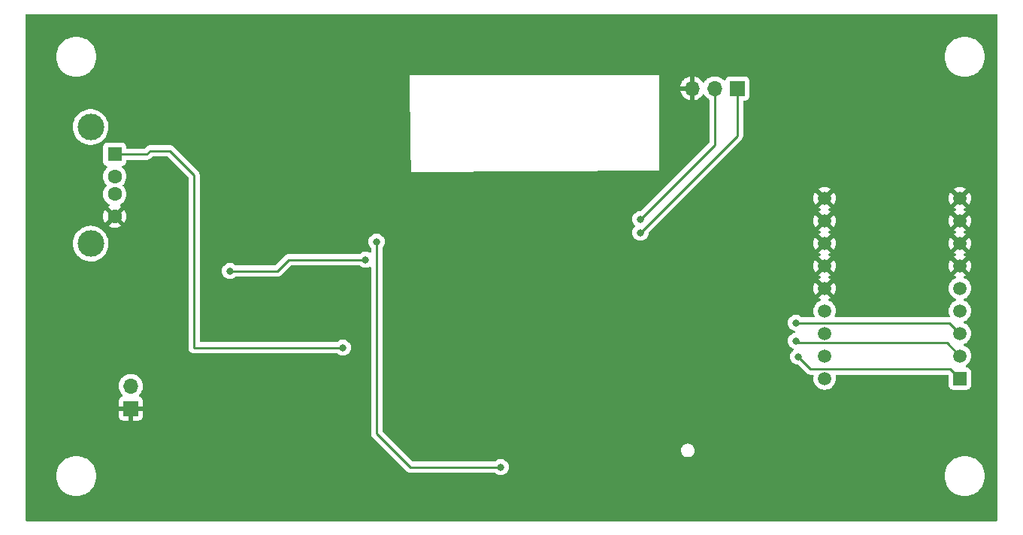
<source format=gbr>
%TF.GenerationSoftware,KiCad,Pcbnew,(6.0.0-rc1-19-g83300c0b61)*%
%TF.CreationDate,2021-11-25T18:24:13-08:00*%
%TF.ProjectId,autotunemic,6175746f-7475-46e6-956d-69632e6b6963,rev?*%
%TF.SameCoordinates,Original*%
%TF.FileFunction,Copper,L2,Bot*%
%TF.FilePolarity,Positive*%
%FSLAX46Y46*%
G04 Gerber Fmt 4.6, Leading zero omitted, Abs format (unit mm)*
G04 Created by KiCad (PCBNEW (6.0.0-rc1-19-g83300c0b61)) date 2021-11-25 18:24:13*
%MOMM*%
%LPD*%
G01*
G04 APERTURE LIST*
%TA.AperFunction,ComponentPad*%
%ADD10R,1.600000X1.600000*%
%TD*%
%TA.AperFunction,ComponentPad*%
%ADD11C,1.600000*%
%TD*%
%TA.AperFunction,ComponentPad*%
%ADD12C,3.000000*%
%TD*%
%TA.AperFunction,ComponentPad*%
%ADD13R,1.500000X1.500000*%
%TD*%
%TA.AperFunction,ComponentPad*%
%ADD14C,1.500000*%
%TD*%
%TA.AperFunction,ComponentPad*%
%ADD15R,1.700000X1.700000*%
%TD*%
%TA.AperFunction,ComponentPad*%
%ADD16O,1.700000X1.700000*%
%TD*%
%TA.AperFunction,ViaPad*%
%ADD17C,0.800000*%
%TD*%
%TA.AperFunction,Conductor*%
%ADD18C,0.250000*%
%TD*%
G04 APERTURE END LIST*
D10*
%TO.P,J_usb1,1,VBUS*%
%TO.N,+5V*%
X107408000Y-117658000D03*
D11*
%TO.P,J_usb1,2,D-*%
%TO.N,unconnected-(J_usb1-Pad2)*%
X107408000Y-120158000D03*
%TO.P,J_usb1,3,D+*%
%TO.N,unconnected-(J_usb1-Pad3)*%
X107408000Y-122158000D03*
%TO.P,J_usb1,4,GND*%
%TO.N,GND*%
X107408000Y-124658000D03*
D12*
%TO.P,J_usb1,5,Shield*%
%TO.N,unconnected-(J_usb1-Pad5)*%
X104698000Y-114588000D03*
X104698000Y-127728000D03*
%TD*%
D13*
%TO.P,U_display1,1,DIG1_E*%
%TO.N,DIG1_E*%
X202609500Y-142929500D03*
D14*
%TO.P,U_display1,2,DIG1_D*%
%TO.N,DIG1_D*%
X202609500Y-140389500D03*
%TO.P,U_display1,3,DIG1_C*%
%TO.N,DIG1_C*%
X202609500Y-137849500D03*
%TO.P,U_display1,4,DP1*%
%TO.N,DP1*%
X202609500Y-135309500D03*
%TO.P,U_display1,5,DIG2_E*%
%TO.N,DIG2_E*%
X202609500Y-132769500D03*
%TO.P,U_display1,6,DIG2_D*%
%TO.N,GND*%
X202609500Y-130229500D03*
%TO.P,U_display1,7,DIG2_G*%
X202609500Y-127689500D03*
%TO.P,U_display1,8,DIG2_C*%
X202609500Y-125149500D03*
%TO.P,U_display1,9,DP2*%
X202609500Y-122609500D03*
%TO.P,U_display1,10,DIG2_B*%
X187369500Y-122609500D03*
%TO.P,U_display1,11,DIG2_A*%
X187369500Y-125149500D03*
%TO.P,U_display1,12,DIG2_F*%
X187369500Y-127689500D03*
%TO.P,U_display1,13,DIG2_CA*%
X187369500Y-130229500D03*
%TO.P,U_display1,14,DIG1_CA*%
X187369500Y-132769500D03*
%TO.P,U_display1,15,DIG1_B*%
%TO.N,DIG1_B*%
X187369500Y-135309500D03*
%TO.P,U_display1,16,DIG1_A*%
%TO.N,DIG1_A*%
X187369500Y-137849500D03*
%TO.P,U_display1,17,DIG1_G*%
%TO.N,DIG1_G*%
X187369500Y-140389500D03*
%TO.P,U_display1,18,DIG1_F*%
%TO.N,DIG1_F*%
X187369500Y-142929500D03*
%TD*%
D15*
%TO.P,J_aout1,1,Pin_1*%
%TO.N,GND*%
X109220000Y-146304000D03*
D16*
%TO.P,J_aout1,2,Pin_2*%
%TO.N,Net-(C_amp3-Pad1)*%
X109220000Y-143764000D03*
%TD*%
D15*
%TO.P,J_1,1,Pin_1*%
%TO.N,Net-(J_1-Pad1)*%
X177546000Y-110236000D03*
D16*
%TO.P,J_1,2,Pin_2*%
%TO.N,Net-(J_1-Pad2)*%
X175006000Y-110236000D03*
%TO.P,J_1,3,Pin_3*%
%TO.N,GND*%
X172466000Y-110236000D03*
%TD*%
D17*
%TO.N,+5V*%
X133096000Y-139446000D03*
%TO.N,GND*%
X119126000Y-134620000D03*
X118110000Y-129540000D03*
X167386000Y-148844000D03*
X169926000Y-148844000D03*
%TO.N,+3V3*%
X136906000Y-127508000D03*
X150876000Y-152908000D03*
%TO.N,Net-(J_1-Pad1)*%
X166624000Y-126492000D03*
%TO.N,Net-(J_1-Pad2)*%
X166624000Y-124968000D03*
%TO.N,raw_audio_out*%
X135636000Y-129540000D03*
X120396000Y-130810000D03*
%TO.N,DIG1_D*%
X184150000Y-138684000D03*
%TO.N,DIG1_E*%
X184404000Y-140462000D03*
%TO.N,DIG1_C*%
X184150000Y-136652000D03*
%TD*%
D18*
%TO.N,+5V*%
X113621000Y-117277000D02*
X116332000Y-119988000D01*
X111014000Y-117658000D02*
X107408000Y-117658000D01*
X116332000Y-119988000D02*
X116332000Y-139446000D01*
X113621000Y-117277000D02*
X111395000Y-117277000D01*
X116332000Y-139446000D02*
X133096000Y-139446000D01*
X111395000Y-117277000D02*
X111014000Y-117658000D01*
%TO.N,GND*%
X119126000Y-134620000D02*
X118110000Y-133604000D01*
X118110000Y-133604000D02*
X118110000Y-129540000D01*
X167386000Y-148844000D02*
X169926000Y-148844000D01*
%TO.N,+3V3*%
X136906000Y-127508000D02*
X136906000Y-149098000D01*
X136906000Y-149098000D02*
X140716000Y-152908000D01*
X140716000Y-152908000D02*
X150876000Y-152908000D01*
%TO.N,Net-(J_1-Pad1)*%
X177546000Y-110236000D02*
X177546000Y-115570000D01*
X177546000Y-115570000D02*
X166624000Y-126492000D01*
%TO.N,Net-(J_1-Pad2)*%
X175006000Y-110236000D02*
X175006000Y-116586000D01*
X175006000Y-116586000D02*
X166624000Y-124968000D01*
%TO.N,raw_audio_out*%
X120396000Y-130810000D02*
X125730000Y-130810000D01*
X127000000Y-129540000D02*
X135636000Y-129540000D01*
X125730000Y-130810000D02*
X127000000Y-129540000D01*
%TO.N,DIG1_D*%
X202609500Y-140389500D02*
X201144011Y-138924011D01*
X201144011Y-138924011D02*
X184390011Y-138924011D01*
X184390011Y-138924011D02*
X184150000Y-138684000D01*
%TO.N,DIG1_E*%
X201534989Y-141854989D02*
X185796989Y-141854989D01*
X185796989Y-141854989D02*
X184404000Y-140462000D01*
X202609500Y-142929500D02*
X201534989Y-141854989D01*
%TO.N,DIG1_C*%
X201412000Y-136652000D02*
X184150000Y-136652000D01*
X202609500Y-137849500D02*
X201412000Y-136652000D01*
%TD*%
%TA.AperFunction,Conductor*%
%TO.N,GND*%
G36*
X206770121Y-101874002D02*
G01*
X206816614Y-101927658D01*
X206828000Y-101980000D01*
X206828000Y-158878000D01*
X206807998Y-158946121D01*
X206754342Y-158992614D01*
X206702000Y-159004000D01*
X97480000Y-159004000D01*
X97411879Y-158983998D01*
X97365386Y-158930342D01*
X97354000Y-158878000D01*
X97354000Y-153924000D01*
X100805654Y-153924000D01*
X100825017Y-154219426D01*
X100882776Y-154509797D01*
X100977941Y-154790145D01*
X101108885Y-155055673D01*
X101273367Y-155301838D01*
X101276081Y-155304932D01*
X101276085Y-155304938D01*
X101465864Y-155521338D01*
X101468573Y-155524427D01*
X101471662Y-155527136D01*
X101688062Y-155716915D01*
X101688068Y-155716919D01*
X101691162Y-155719633D01*
X101694588Y-155721922D01*
X101694593Y-155721926D01*
X101878405Y-155844744D01*
X101937327Y-155884115D01*
X101941026Y-155885939D01*
X101941031Y-155885942D01*
X102077313Y-155953148D01*
X102202855Y-156015059D01*
X102206760Y-156016384D01*
X102206761Y-156016385D01*
X102479290Y-156108896D01*
X102479294Y-156108897D01*
X102483203Y-156110224D01*
X102487247Y-156111028D01*
X102487253Y-156111030D01*
X102769535Y-156167180D01*
X102769541Y-156167181D01*
X102773574Y-156167983D01*
X102777679Y-156168252D01*
X102777686Y-156168253D01*
X103064881Y-156187076D01*
X103069000Y-156187346D01*
X103073119Y-156187076D01*
X103360314Y-156168253D01*
X103360321Y-156168252D01*
X103364426Y-156167983D01*
X103368459Y-156167181D01*
X103368465Y-156167180D01*
X103650747Y-156111030D01*
X103650753Y-156111028D01*
X103654797Y-156110224D01*
X103658706Y-156108897D01*
X103658710Y-156108896D01*
X103931239Y-156016385D01*
X103931240Y-156016384D01*
X103935145Y-156015059D01*
X104060687Y-155953148D01*
X104196969Y-155885942D01*
X104196974Y-155885939D01*
X104200673Y-155884115D01*
X104259595Y-155844744D01*
X104443407Y-155721926D01*
X104443412Y-155721922D01*
X104446838Y-155719633D01*
X104449932Y-155716919D01*
X104449938Y-155716915D01*
X104666338Y-155527136D01*
X104669427Y-155524427D01*
X104672136Y-155521338D01*
X104861915Y-155304938D01*
X104861919Y-155304932D01*
X104864633Y-155301838D01*
X105029115Y-155055673D01*
X105160059Y-154790145D01*
X105255224Y-154509797D01*
X105312983Y-154219426D01*
X105332346Y-153924000D01*
X200881654Y-153924000D01*
X200901017Y-154219426D01*
X200958776Y-154509797D01*
X201053941Y-154790145D01*
X201184885Y-155055673D01*
X201349367Y-155301838D01*
X201352081Y-155304932D01*
X201352085Y-155304938D01*
X201541864Y-155521338D01*
X201544573Y-155524427D01*
X201547662Y-155527136D01*
X201764062Y-155716915D01*
X201764068Y-155716919D01*
X201767162Y-155719633D01*
X201770588Y-155721922D01*
X201770593Y-155721926D01*
X201954405Y-155844744D01*
X202013327Y-155884115D01*
X202017026Y-155885939D01*
X202017031Y-155885942D01*
X202153313Y-155953148D01*
X202278855Y-156015059D01*
X202282760Y-156016384D01*
X202282761Y-156016385D01*
X202555290Y-156108896D01*
X202555294Y-156108897D01*
X202559203Y-156110224D01*
X202563247Y-156111028D01*
X202563253Y-156111030D01*
X202845535Y-156167180D01*
X202845541Y-156167181D01*
X202849574Y-156167983D01*
X202853679Y-156168252D01*
X202853686Y-156168253D01*
X203140881Y-156187076D01*
X203145000Y-156187346D01*
X203149119Y-156187076D01*
X203436314Y-156168253D01*
X203436321Y-156168252D01*
X203440426Y-156167983D01*
X203444459Y-156167181D01*
X203444465Y-156167180D01*
X203726747Y-156111030D01*
X203726753Y-156111028D01*
X203730797Y-156110224D01*
X203734706Y-156108897D01*
X203734710Y-156108896D01*
X204007239Y-156016385D01*
X204007240Y-156016384D01*
X204011145Y-156015059D01*
X204136687Y-155953148D01*
X204272969Y-155885942D01*
X204272974Y-155885939D01*
X204276673Y-155884115D01*
X204335595Y-155844744D01*
X204519407Y-155721926D01*
X204519412Y-155721922D01*
X204522838Y-155719633D01*
X204525932Y-155716919D01*
X204525938Y-155716915D01*
X204742338Y-155527136D01*
X204745427Y-155524427D01*
X204748136Y-155521338D01*
X204937915Y-155304938D01*
X204937919Y-155304932D01*
X204940633Y-155301838D01*
X205105115Y-155055673D01*
X205236059Y-154790145D01*
X205331224Y-154509797D01*
X205388983Y-154219426D01*
X205408346Y-153924000D01*
X205393607Y-153699118D01*
X205389253Y-153632686D01*
X205389252Y-153632679D01*
X205388983Y-153628574D01*
X205381459Y-153590745D01*
X205332030Y-153342253D01*
X205332028Y-153342247D01*
X205331224Y-153338203D01*
X205325196Y-153320443D01*
X205237385Y-153061761D01*
X205237384Y-153061760D01*
X205236059Y-153057855D01*
X205105115Y-152792327D01*
X204940633Y-152546162D01*
X204937919Y-152543068D01*
X204937915Y-152543062D01*
X204748136Y-152326662D01*
X204745427Y-152323573D01*
X204684397Y-152270051D01*
X204525938Y-152131085D01*
X204525932Y-152131081D01*
X204522838Y-152128367D01*
X204519412Y-152126078D01*
X204519407Y-152126074D01*
X204280106Y-151966179D01*
X204276673Y-151963885D01*
X204272974Y-151962061D01*
X204272969Y-151962058D01*
X204136687Y-151894852D01*
X204011145Y-151832941D01*
X204007239Y-151831615D01*
X203734710Y-151739104D01*
X203734706Y-151739103D01*
X203730797Y-151737776D01*
X203726753Y-151736972D01*
X203726747Y-151736970D01*
X203444465Y-151680820D01*
X203444459Y-151680819D01*
X203440426Y-151680017D01*
X203436321Y-151679748D01*
X203436314Y-151679747D01*
X203149119Y-151660924D01*
X203145000Y-151660654D01*
X203140881Y-151660924D01*
X202853686Y-151679747D01*
X202853679Y-151679748D01*
X202849574Y-151680017D01*
X202845541Y-151680819D01*
X202845535Y-151680820D01*
X202563253Y-151736970D01*
X202563247Y-151736972D01*
X202559203Y-151737776D01*
X202555294Y-151739103D01*
X202555290Y-151739104D01*
X202282761Y-151831615D01*
X202278855Y-151832941D01*
X202153313Y-151894852D01*
X202017031Y-151962058D01*
X202017026Y-151962061D01*
X202013327Y-151963885D01*
X202009894Y-151966179D01*
X201770593Y-152126074D01*
X201770588Y-152126078D01*
X201767162Y-152128367D01*
X201764068Y-152131081D01*
X201764062Y-152131085D01*
X201605603Y-152270051D01*
X201544573Y-152323573D01*
X201541864Y-152326662D01*
X201352085Y-152543062D01*
X201352081Y-152543068D01*
X201349367Y-152546162D01*
X201184885Y-152792327D01*
X201053941Y-153057855D01*
X201052616Y-153061760D01*
X201052615Y-153061761D01*
X200964805Y-153320443D01*
X200958776Y-153338203D01*
X200957972Y-153342247D01*
X200957970Y-153342253D01*
X200908542Y-153590745D01*
X200901017Y-153628574D01*
X200900748Y-153632679D01*
X200900747Y-153632686D01*
X200896393Y-153699118D01*
X200881654Y-153924000D01*
X105332346Y-153924000D01*
X105317607Y-153699118D01*
X105313253Y-153632686D01*
X105313252Y-153632679D01*
X105312983Y-153628574D01*
X105305459Y-153590745D01*
X105256030Y-153342253D01*
X105256028Y-153342247D01*
X105255224Y-153338203D01*
X105249196Y-153320443D01*
X105161385Y-153061761D01*
X105161384Y-153061760D01*
X105160059Y-153057855D01*
X105029115Y-152792327D01*
X104864633Y-152546162D01*
X104861919Y-152543068D01*
X104861915Y-152543062D01*
X104672136Y-152326662D01*
X104669427Y-152323573D01*
X104608397Y-152270051D01*
X104449938Y-152131085D01*
X104449932Y-152131081D01*
X104446838Y-152128367D01*
X104443412Y-152126078D01*
X104443407Y-152126074D01*
X104204106Y-151966179D01*
X104200673Y-151963885D01*
X104196974Y-151962061D01*
X104196969Y-151962058D01*
X104060687Y-151894852D01*
X103935145Y-151832941D01*
X103931239Y-151831615D01*
X103658710Y-151739104D01*
X103658706Y-151739103D01*
X103654797Y-151737776D01*
X103650753Y-151736972D01*
X103650747Y-151736970D01*
X103368465Y-151680820D01*
X103368459Y-151680819D01*
X103364426Y-151680017D01*
X103360321Y-151679748D01*
X103360314Y-151679747D01*
X103073119Y-151660924D01*
X103069000Y-151660654D01*
X103064881Y-151660924D01*
X102777686Y-151679747D01*
X102777679Y-151679748D01*
X102773574Y-151680017D01*
X102769541Y-151680819D01*
X102769535Y-151680820D01*
X102487253Y-151736970D01*
X102487247Y-151736972D01*
X102483203Y-151737776D01*
X102479294Y-151739103D01*
X102479290Y-151739104D01*
X102206761Y-151831615D01*
X102202855Y-151832941D01*
X102077313Y-151894852D01*
X101941031Y-151962058D01*
X101941026Y-151962061D01*
X101937327Y-151963885D01*
X101933894Y-151966179D01*
X101694593Y-152126074D01*
X101694588Y-152126078D01*
X101691162Y-152128367D01*
X101688068Y-152131081D01*
X101688062Y-152131085D01*
X101529603Y-152270051D01*
X101468573Y-152323573D01*
X101465864Y-152326662D01*
X101276085Y-152543062D01*
X101276081Y-152543068D01*
X101273367Y-152546162D01*
X101108885Y-152792327D01*
X100977941Y-153057855D01*
X100976616Y-153061760D01*
X100976615Y-153061761D01*
X100888805Y-153320443D01*
X100882776Y-153338203D01*
X100881972Y-153342247D01*
X100881970Y-153342253D01*
X100832542Y-153590745D01*
X100825017Y-153628574D01*
X100824748Y-153632679D01*
X100824747Y-153632686D01*
X100820393Y-153699118D01*
X100805654Y-153924000D01*
X97354000Y-153924000D01*
X97354000Y-147198669D01*
X107862001Y-147198669D01*
X107862371Y-147205490D01*
X107867895Y-147256352D01*
X107871521Y-147271604D01*
X107916676Y-147392054D01*
X107925214Y-147407649D01*
X108001715Y-147509724D01*
X108014276Y-147522285D01*
X108116351Y-147598786D01*
X108131946Y-147607324D01*
X108252394Y-147652478D01*
X108267649Y-147656105D01*
X108318514Y-147661631D01*
X108325328Y-147662000D01*
X108947885Y-147662000D01*
X108963124Y-147657525D01*
X108964329Y-147656135D01*
X108966000Y-147648452D01*
X108966000Y-147643884D01*
X109474000Y-147643884D01*
X109478475Y-147659123D01*
X109479865Y-147660328D01*
X109487548Y-147661999D01*
X110114669Y-147661999D01*
X110121490Y-147661629D01*
X110172352Y-147656105D01*
X110187604Y-147652479D01*
X110308054Y-147607324D01*
X110323649Y-147598786D01*
X110425724Y-147522285D01*
X110438285Y-147509724D01*
X110514786Y-147407649D01*
X110523324Y-147392054D01*
X110568478Y-147271606D01*
X110572105Y-147256351D01*
X110577631Y-147205486D01*
X110578000Y-147198672D01*
X110578000Y-146576115D01*
X110573525Y-146560876D01*
X110572135Y-146559671D01*
X110564452Y-146558000D01*
X109492115Y-146558000D01*
X109476876Y-146562475D01*
X109475671Y-146563865D01*
X109474000Y-146571548D01*
X109474000Y-147643884D01*
X108966000Y-147643884D01*
X108966000Y-146576115D01*
X108961525Y-146560876D01*
X108960135Y-146559671D01*
X108952452Y-146558000D01*
X107880116Y-146558000D01*
X107864877Y-146562475D01*
X107863672Y-146563865D01*
X107862001Y-146571548D01*
X107862001Y-147198669D01*
X97354000Y-147198669D01*
X97354000Y-143730695D01*
X107857251Y-143730695D01*
X107857548Y-143735848D01*
X107857548Y-143735851D01*
X107866854Y-143897249D01*
X107870110Y-143953715D01*
X107871247Y-143958761D01*
X107871248Y-143958767D01*
X107890178Y-144042761D01*
X107919222Y-144171639D01*
X108003266Y-144378616D01*
X108119987Y-144569088D01*
X108266250Y-144737938D01*
X108270225Y-144741238D01*
X108270231Y-144741244D01*
X108275425Y-144745556D01*
X108315059Y-144804460D01*
X108316555Y-144875441D01*
X108279439Y-144935962D01*
X108239168Y-144960480D01*
X108131946Y-145000676D01*
X108116351Y-145009214D01*
X108014276Y-145085715D01*
X108001715Y-145098276D01*
X107925214Y-145200351D01*
X107916676Y-145215946D01*
X107871522Y-145336394D01*
X107867895Y-145351649D01*
X107862369Y-145402514D01*
X107862000Y-145409328D01*
X107862000Y-146031885D01*
X107866475Y-146047124D01*
X107867865Y-146048329D01*
X107875548Y-146050000D01*
X110559884Y-146050000D01*
X110575123Y-146045525D01*
X110576328Y-146044135D01*
X110577999Y-146036452D01*
X110577999Y-145409331D01*
X110577629Y-145402510D01*
X110572105Y-145351648D01*
X110568479Y-145336396D01*
X110523324Y-145215946D01*
X110514786Y-145200351D01*
X110438285Y-145098276D01*
X110425724Y-145085715D01*
X110323649Y-145009214D01*
X110308054Y-145000676D01*
X110197813Y-144959348D01*
X110141049Y-144916706D01*
X110116349Y-144850145D01*
X110131557Y-144780796D01*
X110153104Y-144752115D01*
X110254430Y-144651144D01*
X110254440Y-144651132D01*
X110258096Y-144647489D01*
X110317594Y-144564689D01*
X110385435Y-144470277D01*
X110388453Y-144466077D01*
X110487430Y-144265811D01*
X110530294Y-144124729D01*
X110550865Y-144057023D01*
X110550865Y-144057021D01*
X110552370Y-144052069D01*
X110581529Y-143830590D01*
X110581611Y-143827240D01*
X110583074Y-143767365D01*
X110583074Y-143767361D01*
X110583156Y-143764000D01*
X110564852Y-143541361D01*
X110510431Y-143324702D01*
X110421354Y-143119840D01*
X110300014Y-142932277D01*
X110149670Y-142767051D01*
X110145619Y-142763852D01*
X110145615Y-142763848D01*
X109978414Y-142631800D01*
X109978410Y-142631798D01*
X109974359Y-142628598D01*
X109957143Y-142619094D01*
X109862600Y-142566904D01*
X109778789Y-142520638D01*
X109773920Y-142518914D01*
X109773916Y-142518912D01*
X109573087Y-142447795D01*
X109573083Y-142447794D01*
X109568212Y-142446069D01*
X109563119Y-142445162D01*
X109563116Y-142445161D01*
X109353373Y-142407800D01*
X109353367Y-142407799D01*
X109348284Y-142406894D01*
X109274452Y-142405992D01*
X109130081Y-142404228D01*
X109130079Y-142404228D01*
X109124911Y-142404165D01*
X108904091Y-142437955D01*
X108691756Y-142507357D01*
X108493607Y-142610507D01*
X108489474Y-142613610D01*
X108489471Y-142613612D01*
X108353628Y-142715606D01*
X108314965Y-142744635D01*
X108160629Y-142906138D01*
X108157715Y-142910410D01*
X108157714Y-142910411D01*
X108142798Y-142932277D01*
X108034743Y-143090680D01*
X107940688Y-143293305D01*
X107880989Y-143508570D01*
X107857251Y-143730695D01*
X97354000Y-143730695D01*
X97354000Y-127706918D01*
X102684917Y-127706918D01*
X102700682Y-127980320D01*
X102701507Y-127984525D01*
X102701508Y-127984533D01*
X102715119Y-128053908D01*
X102753405Y-128249053D01*
X102754792Y-128253103D01*
X102754793Y-128253108D01*
X102796534Y-128375023D01*
X102842112Y-128508144D01*
X102844039Y-128511975D01*
X102962605Y-128747718D01*
X102965160Y-128752799D01*
X102967586Y-128756328D01*
X102967589Y-128756334D01*
X103106535Y-128958500D01*
X103120274Y-128978490D01*
X103123161Y-128981663D01*
X103123162Y-128981664D01*
X103196830Y-129062624D01*
X103304582Y-129181043D01*
X103514675Y-129356707D01*
X103518316Y-129358991D01*
X103743024Y-129499951D01*
X103743028Y-129499953D01*
X103746664Y-129502234D01*
X103859516Y-129553189D01*
X103992345Y-129613164D01*
X103992349Y-129613166D01*
X103996257Y-129614930D01*
X104000377Y-129616150D01*
X104000376Y-129616150D01*
X104254723Y-129691491D01*
X104254727Y-129691492D01*
X104258836Y-129692709D01*
X104263070Y-129693357D01*
X104263075Y-129693358D01*
X104525298Y-129733483D01*
X104525300Y-129733483D01*
X104529540Y-129734132D01*
X104668912Y-129736322D01*
X104799071Y-129738367D01*
X104799077Y-129738367D01*
X104803362Y-129738434D01*
X105075235Y-129705534D01*
X105340127Y-129636041D01*
X105344087Y-129634401D01*
X105344092Y-129634399D01*
X105466632Y-129583641D01*
X105593136Y-129531241D01*
X105829582Y-129393073D01*
X106045089Y-129224094D01*
X106086809Y-129181043D01*
X106194543Y-129069870D01*
X106235669Y-129027431D01*
X106238202Y-129023983D01*
X106238206Y-129023978D01*
X106395257Y-128810178D01*
X106397795Y-128806723D01*
X106425154Y-128756334D01*
X106526418Y-128569830D01*
X106526419Y-128569828D01*
X106528468Y-128566054D01*
X106600621Y-128375107D01*
X106623751Y-128313895D01*
X106623752Y-128313891D01*
X106625269Y-128309877D01*
X106659101Y-128162158D01*
X106685449Y-128047117D01*
X106685450Y-128047113D01*
X106686407Y-128042933D01*
X106698869Y-127903304D01*
X106710531Y-127772627D01*
X106710531Y-127772625D01*
X106710751Y-127770161D01*
X106711193Y-127728000D01*
X106709442Y-127702311D01*
X106692859Y-127459055D01*
X106692858Y-127459049D01*
X106692567Y-127454778D01*
X106681327Y-127400500D01*
X106637901Y-127190809D01*
X106637032Y-127186612D01*
X106545617Y-126928465D01*
X106420013Y-126685112D01*
X106410040Y-126670921D01*
X106265008Y-126464562D01*
X106262545Y-126461057D01*
X106120906Y-126308635D01*
X106079046Y-126263588D01*
X106079043Y-126263585D01*
X106076125Y-126260445D01*
X106072810Y-126257731D01*
X106072806Y-126257728D01*
X105905078Y-126120444D01*
X105864205Y-126086990D01*
X105630704Y-125943901D01*
X105626768Y-125942173D01*
X105383873Y-125835549D01*
X105383869Y-125835548D01*
X105379945Y-125833825D01*
X105116566Y-125758800D01*
X105112324Y-125758196D01*
X105112318Y-125758195D01*
X105013014Y-125744062D01*
X106686493Y-125744062D01*
X106695789Y-125756077D01*
X106746994Y-125791931D01*
X106756489Y-125797414D01*
X106953947Y-125889490D01*
X106964239Y-125893236D01*
X107174688Y-125949625D01*
X107185481Y-125951528D01*
X107402525Y-125970517D01*
X107413475Y-125970517D01*
X107630519Y-125951528D01*
X107641312Y-125949625D01*
X107851761Y-125893236D01*
X107862053Y-125889490D01*
X108059511Y-125797414D01*
X108069006Y-125791931D01*
X108121048Y-125755491D01*
X108129424Y-125745012D01*
X108122356Y-125731566D01*
X107420812Y-125030022D01*
X107406868Y-125022408D01*
X107405035Y-125022539D01*
X107398420Y-125026790D01*
X106692923Y-125732287D01*
X106686493Y-125744062D01*
X105013014Y-125744062D01*
X104911834Y-125729662D01*
X104845443Y-125720213D01*
X104701589Y-125719460D01*
X104575877Y-125718802D01*
X104575871Y-125718802D01*
X104571591Y-125718780D01*
X104567347Y-125719339D01*
X104567343Y-125719339D01*
X104468994Y-125732287D01*
X104300078Y-125754525D01*
X104295938Y-125755658D01*
X104295936Y-125755658D01*
X104223008Y-125775609D01*
X104035928Y-125826788D01*
X104031980Y-125828472D01*
X103787982Y-125932546D01*
X103787978Y-125932548D01*
X103784030Y-125934232D01*
X103723402Y-125970517D01*
X103552725Y-126072664D01*
X103552721Y-126072667D01*
X103549043Y-126074868D01*
X103335318Y-126246094D01*
X103146808Y-126444742D01*
X102987002Y-126667136D01*
X102858857Y-126909161D01*
X102857385Y-126913184D01*
X102857383Y-126913188D01*
X102815022Y-127028944D01*
X102764743Y-127166337D01*
X102706404Y-127433907D01*
X102706068Y-127438177D01*
X102685625Y-127697928D01*
X102684917Y-127706918D01*
X97354000Y-127706918D01*
X97354000Y-124663475D01*
X106095483Y-124663475D01*
X106114472Y-124880519D01*
X106116375Y-124891312D01*
X106172764Y-125101761D01*
X106176510Y-125112053D01*
X106268586Y-125309511D01*
X106274069Y-125319006D01*
X106310509Y-125371048D01*
X106320988Y-125379424D01*
X106334434Y-125372356D01*
X107035978Y-124670812D01*
X107042356Y-124659132D01*
X107772408Y-124659132D01*
X107772539Y-124660965D01*
X107776790Y-124667580D01*
X108482287Y-125373077D01*
X108494062Y-125379507D01*
X108506077Y-125370211D01*
X108541931Y-125319006D01*
X108547414Y-125309511D01*
X108639490Y-125112053D01*
X108643236Y-125101761D01*
X108699625Y-124891312D01*
X108701528Y-124880519D01*
X108720517Y-124663475D01*
X108720517Y-124652525D01*
X108701528Y-124435481D01*
X108699625Y-124424688D01*
X108643236Y-124214239D01*
X108639490Y-124203947D01*
X108547414Y-124006489D01*
X108541931Y-123996994D01*
X108505491Y-123944952D01*
X108495012Y-123936576D01*
X108481566Y-123943644D01*
X107780022Y-124645188D01*
X107772408Y-124659132D01*
X107042356Y-124659132D01*
X107043592Y-124656868D01*
X107043461Y-124655035D01*
X107039210Y-124648420D01*
X106333713Y-123942923D01*
X106321938Y-123936493D01*
X106309923Y-123945789D01*
X106274069Y-123996994D01*
X106268586Y-124006489D01*
X106176510Y-124203947D01*
X106172764Y-124214239D01*
X106116375Y-124424688D01*
X106114472Y-124435481D01*
X106095483Y-124652525D01*
X106095483Y-124663475D01*
X97354000Y-124663475D01*
X97354000Y-122158000D01*
X106094502Y-122158000D01*
X106114457Y-122386087D01*
X106173716Y-122607243D01*
X106176039Y-122612224D01*
X106176039Y-122612225D01*
X106268151Y-122809762D01*
X106268154Y-122809767D01*
X106270477Y-122814749D01*
X106284026Y-122834099D01*
X106381922Y-122973908D01*
X106401802Y-123002300D01*
X106563700Y-123164198D01*
X106568208Y-123167355D01*
X106568211Y-123167357D01*
X106666125Y-123235917D01*
X106751251Y-123295523D01*
X106756235Y-123297847D01*
X106758528Y-123299171D01*
X106807521Y-123350553D01*
X106820957Y-123420267D01*
X106794571Y-123486178D01*
X106758528Y-123517409D01*
X106746998Y-123524066D01*
X106694952Y-123560509D01*
X106686576Y-123570988D01*
X106693644Y-123584434D01*
X107395188Y-124285978D01*
X107409132Y-124293592D01*
X107410965Y-124293461D01*
X107417580Y-124289210D01*
X108123077Y-123583713D01*
X108129507Y-123571938D01*
X108120211Y-123559923D01*
X108069002Y-123524066D01*
X108057472Y-123517409D01*
X108008479Y-123466027D01*
X107995042Y-123396313D01*
X108021429Y-123330402D01*
X108057472Y-123299171D01*
X108059765Y-123297847D01*
X108064749Y-123295523D01*
X108149875Y-123235917D01*
X108247789Y-123167357D01*
X108247792Y-123167355D01*
X108252300Y-123164198D01*
X108414198Y-123002300D01*
X108434079Y-122973908D01*
X108531974Y-122834099D01*
X108545523Y-122814749D01*
X108547846Y-122809767D01*
X108547849Y-122809762D01*
X108639961Y-122612225D01*
X108639961Y-122612224D01*
X108642284Y-122607243D01*
X108701543Y-122386087D01*
X108721498Y-122158000D01*
X108701543Y-121929913D01*
X108700119Y-121924598D01*
X108643707Y-121714067D01*
X108643706Y-121714065D01*
X108642284Y-121708757D01*
X108639961Y-121703775D01*
X108547849Y-121506238D01*
X108547846Y-121506233D01*
X108545523Y-121501251D01*
X108414198Y-121313700D01*
X108347593Y-121247095D01*
X108313567Y-121184783D01*
X108318632Y-121113968D01*
X108347593Y-121068905D01*
X108414198Y-121002300D01*
X108545523Y-120814749D01*
X108547846Y-120809767D01*
X108547849Y-120809762D01*
X108639961Y-120612225D01*
X108639961Y-120612224D01*
X108642284Y-120607243D01*
X108701543Y-120386087D01*
X108721498Y-120158000D01*
X108701543Y-119929913D01*
X108660534Y-119776865D01*
X108643707Y-119714067D01*
X108643706Y-119714065D01*
X108642284Y-119708757D01*
X108626061Y-119673966D01*
X108547849Y-119506238D01*
X108547846Y-119506233D01*
X108545523Y-119501251D01*
X108414198Y-119313700D01*
X108268498Y-119168000D01*
X108234472Y-119105688D01*
X108239537Y-119034873D01*
X108282084Y-118978037D01*
X108318737Y-118960868D01*
X108318316Y-118959745D01*
X108446297Y-118911767D01*
X108454705Y-118908615D01*
X108571261Y-118821261D01*
X108658615Y-118704705D01*
X108709745Y-118568316D01*
X108716500Y-118506134D01*
X108716500Y-118417500D01*
X108736502Y-118349379D01*
X108790158Y-118302886D01*
X108842500Y-118291500D01*
X110935233Y-118291500D01*
X110946416Y-118292027D01*
X110953909Y-118293702D01*
X110961835Y-118293453D01*
X110961836Y-118293453D01*
X111021986Y-118291562D01*
X111025945Y-118291500D01*
X111053856Y-118291500D01*
X111057791Y-118291003D01*
X111057856Y-118290995D01*
X111069693Y-118290062D01*
X111101951Y-118289048D01*
X111105970Y-118288922D01*
X111113889Y-118288673D01*
X111133343Y-118283021D01*
X111152700Y-118279013D01*
X111164930Y-118277468D01*
X111164931Y-118277468D01*
X111172797Y-118276474D01*
X111180168Y-118273555D01*
X111180170Y-118273555D01*
X111213912Y-118260196D01*
X111225142Y-118256351D01*
X111259983Y-118246229D01*
X111259984Y-118246229D01*
X111267593Y-118244018D01*
X111274412Y-118239985D01*
X111274417Y-118239983D01*
X111285028Y-118233707D01*
X111302776Y-118225012D01*
X111321617Y-118217552D01*
X111357387Y-118191564D01*
X111367307Y-118185048D01*
X111398535Y-118166580D01*
X111398538Y-118166578D01*
X111405362Y-118162542D01*
X111419683Y-118148221D01*
X111434717Y-118135380D01*
X111444694Y-118128131D01*
X111451107Y-118123472D01*
X111479298Y-118089395D01*
X111487288Y-118080616D01*
X111620499Y-117947405D01*
X111682811Y-117913379D01*
X111709594Y-117910500D01*
X113306406Y-117910500D01*
X113374527Y-117930502D01*
X113395501Y-117947405D01*
X115661595Y-120213500D01*
X115695621Y-120275812D01*
X115698500Y-120302595D01*
X115698500Y-139374207D01*
X115696268Y-139397816D01*
X115694725Y-139405906D01*
X115698251Y-139461951D01*
X115698500Y-139469862D01*
X115698500Y-139485856D01*
X115700506Y-139501730D01*
X115701248Y-139509590D01*
X115704775Y-139565650D01*
X115707225Y-139573191D01*
X115707321Y-139573487D01*
X115712494Y-139596631D01*
X115712532Y-139596935D01*
X115712533Y-139596940D01*
X115713526Y-139604797D01*
X115716442Y-139612162D01*
X115716443Y-139612166D01*
X115734199Y-139657011D01*
X115736871Y-139664430D01*
X115754236Y-139717875D01*
X115758486Y-139724571D01*
X115758486Y-139724572D01*
X115758650Y-139724831D01*
X115769415Y-139745958D01*
X115769529Y-139746246D01*
X115769532Y-139746251D01*
X115772448Y-139753617D01*
X115777104Y-139760025D01*
X115777107Y-139760031D01*
X115805458Y-139799052D01*
X115809901Y-139805589D01*
X115840000Y-139853018D01*
X115845778Y-139858444D01*
X115845779Y-139858445D01*
X115846007Y-139858659D01*
X115861688Y-139876446D01*
X115866528Y-139883107D01*
X115872637Y-139888161D01*
X115872638Y-139888162D01*
X115909796Y-139918903D01*
X115915730Y-139924134D01*
X115950898Y-139957158D01*
X115950901Y-139957160D01*
X115956679Y-139962586D01*
X115963903Y-139966558D01*
X115983506Y-139979881D01*
X115983746Y-139980080D01*
X115983753Y-139980084D01*
X115989856Y-139985133D01*
X116029400Y-140003741D01*
X116040676Y-140009047D01*
X116047708Y-140012629D01*
X116096940Y-140039695D01*
X116104615Y-140041665D01*
X116104621Y-140041668D01*
X116104919Y-140041744D01*
X116127228Y-140049776D01*
X116127503Y-140049906D01*
X116127511Y-140049909D01*
X116134682Y-140053283D01*
X116189849Y-140063806D01*
X116197558Y-140065529D01*
X116231551Y-140074257D01*
X116244293Y-140077529D01*
X116244294Y-140077529D01*
X116251970Y-140079500D01*
X116260207Y-140079500D01*
X116283816Y-140081732D01*
X116284119Y-140081790D01*
X116284123Y-140081790D01*
X116291906Y-140083275D01*
X116347951Y-140079749D01*
X116355862Y-140079500D01*
X132387800Y-140079500D01*
X132455921Y-140099502D01*
X132475147Y-140115843D01*
X132475420Y-140115540D01*
X132480332Y-140119963D01*
X132484747Y-140124866D01*
X132639248Y-140237118D01*
X132645276Y-140239802D01*
X132645278Y-140239803D01*
X132717756Y-140272072D01*
X132813712Y-140314794D01*
X132907112Y-140334647D01*
X132994056Y-140353128D01*
X132994061Y-140353128D01*
X133000513Y-140354500D01*
X133191487Y-140354500D01*
X133197939Y-140353128D01*
X133197944Y-140353128D01*
X133284888Y-140334647D01*
X133378288Y-140314794D01*
X133474244Y-140272072D01*
X133546722Y-140239803D01*
X133546724Y-140239802D01*
X133552752Y-140237118D01*
X133707253Y-140124866D01*
X133746091Y-140081732D01*
X133830621Y-139987852D01*
X133830622Y-139987851D01*
X133835040Y-139982944D01*
X133930527Y-139817556D01*
X133989542Y-139635928D01*
X133992040Y-139612166D01*
X134008814Y-139452565D01*
X134009504Y-139446000D01*
X134006623Y-139418592D01*
X133990232Y-139262635D01*
X133990232Y-139262633D01*
X133989542Y-139256072D01*
X133930527Y-139074444D01*
X133835040Y-138909056D01*
X133809064Y-138880206D01*
X133711675Y-138772045D01*
X133711674Y-138772044D01*
X133707253Y-138767134D01*
X133592829Y-138684000D01*
X133558094Y-138658763D01*
X133558093Y-138658762D01*
X133552752Y-138654882D01*
X133546724Y-138652198D01*
X133546722Y-138652197D01*
X133384319Y-138579891D01*
X133384318Y-138579891D01*
X133378288Y-138577206D01*
X133284888Y-138557353D01*
X133197944Y-138538872D01*
X133197939Y-138538872D01*
X133191487Y-138537500D01*
X133000513Y-138537500D01*
X132994061Y-138538872D01*
X132994056Y-138538872D01*
X132907112Y-138557353D01*
X132813712Y-138577206D01*
X132807682Y-138579891D01*
X132807681Y-138579891D01*
X132645278Y-138652197D01*
X132645276Y-138652198D01*
X132639248Y-138654882D01*
X132633907Y-138658762D01*
X132633906Y-138658763D01*
X132595730Y-138686500D01*
X132484747Y-138767134D01*
X132480332Y-138772037D01*
X132475420Y-138776460D01*
X132474295Y-138775211D01*
X132420986Y-138808051D01*
X132387800Y-138812500D01*
X117091500Y-138812500D01*
X117023379Y-138792498D01*
X116976886Y-138738842D01*
X116965500Y-138686500D01*
X116965500Y-130810000D01*
X119482496Y-130810000D01*
X119483186Y-130816565D01*
X119492868Y-130908680D01*
X119502458Y-130999928D01*
X119561473Y-131181556D01*
X119656960Y-131346944D01*
X119661378Y-131351851D01*
X119661379Y-131351852D01*
X119743452Y-131443003D01*
X119784747Y-131488866D01*
X119939248Y-131601118D01*
X119945276Y-131603802D01*
X119945278Y-131603803D01*
X120107681Y-131676109D01*
X120113712Y-131678794D01*
X120207113Y-131698647D01*
X120294056Y-131717128D01*
X120294061Y-131717128D01*
X120300513Y-131718500D01*
X120491487Y-131718500D01*
X120497939Y-131717128D01*
X120497944Y-131717128D01*
X120584887Y-131698647D01*
X120678288Y-131678794D01*
X120684319Y-131676109D01*
X120846722Y-131603803D01*
X120846724Y-131603802D01*
X120852752Y-131601118D01*
X121007253Y-131488866D01*
X121011668Y-131483963D01*
X121016580Y-131479540D01*
X121017705Y-131480789D01*
X121071014Y-131447949D01*
X121104200Y-131443500D01*
X125651233Y-131443500D01*
X125662416Y-131444027D01*
X125669909Y-131445702D01*
X125677835Y-131445453D01*
X125677836Y-131445453D01*
X125737986Y-131443562D01*
X125741945Y-131443500D01*
X125769856Y-131443500D01*
X125773791Y-131443003D01*
X125773856Y-131442995D01*
X125785693Y-131442062D01*
X125817951Y-131441048D01*
X125821970Y-131440922D01*
X125829889Y-131440673D01*
X125849343Y-131435021D01*
X125868700Y-131431013D01*
X125880930Y-131429468D01*
X125880931Y-131429468D01*
X125888797Y-131428474D01*
X125896168Y-131425555D01*
X125896170Y-131425555D01*
X125929912Y-131412196D01*
X125941142Y-131408351D01*
X125975983Y-131398229D01*
X125975984Y-131398229D01*
X125983593Y-131396018D01*
X125990412Y-131391985D01*
X125990417Y-131391983D01*
X126001028Y-131385707D01*
X126018776Y-131377012D01*
X126037617Y-131369552D01*
X126073387Y-131343564D01*
X126083307Y-131337048D01*
X126114535Y-131318580D01*
X126114538Y-131318578D01*
X126121362Y-131314542D01*
X126135683Y-131300221D01*
X126150717Y-131287380D01*
X126160694Y-131280131D01*
X126167107Y-131275472D01*
X126195298Y-131241395D01*
X126203288Y-131232616D01*
X127225499Y-130210405D01*
X127287811Y-130176379D01*
X127314594Y-130173500D01*
X134927800Y-130173500D01*
X134995921Y-130193502D01*
X135015147Y-130209843D01*
X135015420Y-130209540D01*
X135020332Y-130213963D01*
X135024747Y-130218866D01*
X135030086Y-130222745D01*
X135092578Y-130268148D01*
X135179248Y-130331118D01*
X135185276Y-130333802D01*
X135185278Y-130333803D01*
X135347681Y-130406109D01*
X135353712Y-130408794D01*
X135447113Y-130428647D01*
X135534056Y-130447128D01*
X135534061Y-130447128D01*
X135540513Y-130448500D01*
X135731487Y-130448500D01*
X135737939Y-130447128D01*
X135737944Y-130447128D01*
X135824887Y-130428647D01*
X135918288Y-130408794D01*
X135942656Y-130397945D01*
X136092752Y-130331118D01*
X136093677Y-130333196D01*
X136152488Y-130318924D01*
X136219581Y-130342141D01*
X136263472Y-130397945D01*
X136272500Y-130444782D01*
X136272500Y-149019233D01*
X136271973Y-149030416D01*
X136270298Y-149037909D01*
X136270547Y-149045835D01*
X136270547Y-149045836D01*
X136272438Y-149105986D01*
X136272500Y-149109945D01*
X136272500Y-149137856D01*
X136272997Y-149141790D01*
X136272997Y-149141791D01*
X136273005Y-149141856D01*
X136273938Y-149153693D01*
X136275327Y-149197889D01*
X136280978Y-149217339D01*
X136284987Y-149236700D01*
X136287526Y-149256797D01*
X136290445Y-149264168D01*
X136290445Y-149264170D01*
X136303804Y-149297912D01*
X136307649Y-149309142D01*
X136319982Y-149351593D01*
X136324015Y-149358412D01*
X136324017Y-149358417D01*
X136330293Y-149369028D01*
X136338988Y-149386776D01*
X136346448Y-149405617D01*
X136351110Y-149412033D01*
X136351110Y-149412034D01*
X136372436Y-149441387D01*
X136378952Y-149451307D01*
X136401458Y-149489362D01*
X136415779Y-149503683D01*
X136428619Y-149518716D01*
X136440528Y-149535107D01*
X136446634Y-149540158D01*
X136474605Y-149563298D01*
X136483384Y-149571288D01*
X140212343Y-153300247D01*
X140219887Y-153308537D01*
X140224000Y-153315018D01*
X140229777Y-153320443D01*
X140273667Y-153361658D01*
X140276509Y-153364413D01*
X140296231Y-153384135D01*
X140299355Y-153386558D01*
X140299359Y-153386562D01*
X140299424Y-153386612D01*
X140308445Y-153394317D01*
X140340679Y-153424586D01*
X140347627Y-153428405D01*
X140347629Y-153428407D01*
X140358432Y-153434346D01*
X140374959Y-153445202D01*
X140384698Y-153452757D01*
X140384700Y-153452758D01*
X140390960Y-153457614D01*
X140431540Y-153475174D01*
X140442188Y-153480391D01*
X140480940Y-153501695D01*
X140488616Y-153503666D01*
X140488619Y-153503667D01*
X140500562Y-153506733D01*
X140519267Y-153513137D01*
X140537855Y-153521181D01*
X140545678Y-153522420D01*
X140545688Y-153522423D01*
X140581524Y-153528099D01*
X140593144Y-153530505D01*
X140628289Y-153539528D01*
X140635970Y-153541500D01*
X140656224Y-153541500D01*
X140675934Y-153543051D01*
X140695943Y-153546220D01*
X140703835Y-153545474D01*
X140739961Y-153542059D01*
X140751819Y-153541500D01*
X150167800Y-153541500D01*
X150235921Y-153561502D01*
X150255147Y-153577843D01*
X150255420Y-153577540D01*
X150260332Y-153581963D01*
X150264747Y-153586866D01*
X150286329Y-153602546D01*
X150327813Y-153632686D01*
X150419248Y-153699118D01*
X150425276Y-153701802D01*
X150425278Y-153701803D01*
X150587681Y-153774109D01*
X150593712Y-153776794D01*
X150687112Y-153796647D01*
X150774056Y-153815128D01*
X150774061Y-153815128D01*
X150780513Y-153816500D01*
X150971487Y-153816500D01*
X150977939Y-153815128D01*
X150977944Y-153815128D01*
X151064888Y-153796647D01*
X151158288Y-153776794D01*
X151164319Y-153774109D01*
X151326722Y-153701803D01*
X151326724Y-153701802D01*
X151332752Y-153699118D01*
X151487253Y-153586866D01*
X151523851Y-153546220D01*
X151610621Y-153449852D01*
X151610622Y-153449851D01*
X151615040Y-153444944D01*
X151690053Y-153315018D01*
X151707223Y-153285279D01*
X151707224Y-153285278D01*
X151710527Y-153279556D01*
X151769542Y-153097928D01*
X151774143Y-153054157D01*
X151788814Y-152914565D01*
X151789504Y-152908000D01*
X151777736Y-152796031D01*
X151770232Y-152724635D01*
X151770232Y-152724633D01*
X151769542Y-152718072D01*
X151710527Y-152536444D01*
X151615040Y-152371056D01*
X151487253Y-152229134D01*
X151332752Y-152116882D01*
X151326724Y-152114198D01*
X151326722Y-152114197D01*
X151164319Y-152041891D01*
X151164318Y-152041891D01*
X151158288Y-152039206D01*
X151064887Y-152019353D01*
X150977944Y-152000872D01*
X150977939Y-152000872D01*
X150971487Y-151999500D01*
X150780513Y-151999500D01*
X150774061Y-152000872D01*
X150774056Y-152000872D01*
X150687113Y-152019353D01*
X150593712Y-152039206D01*
X150587682Y-152041891D01*
X150587681Y-152041891D01*
X150425278Y-152114197D01*
X150425276Y-152114198D01*
X150419248Y-152116882D01*
X150264747Y-152229134D01*
X150260332Y-152234037D01*
X150255420Y-152238460D01*
X150254295Y-152237211D01*
X150200986Y-152270051D01*
X150167800Y-152274500D01*
X141030594Y-152274500D01*
X140962473Y-152254498D01*
X140941499Y-152237595D01*
X139731247Y-151027343D01*
X171194775Y-151027343D01*
X171211381Y-151196699D01*
X171265094Y-151358167D01*
X171268741Y-151364189D01*
X171268742Y-151364191D01*
X171282497Y-151386902D01*
X171353246Y-151503723D01*
X171471455Y-151626132D01*
X171613846Y-151719310D01*
X171620450Y-151721766D01*
X171620452Y-151721767D01*
X171656844Y-151735301D01*
X171773341Y-151778626D01*
X171942015Y-151801132D01*
X171949026Y-151800494D01*
X171949030Y-151800494D01*
X172104462Y-151786348D01*
X172111483Y-151785709D01*
X172118185Y-151783531D01*
X172118187Y-151783531D01*
X172266623Y-151735301D01*
X172266626Y-151735300D01*
X172273322Y-151733124D01*
X172419490Y-151645990D01*
X172424584Y-151641139D01*
X172424588Y-151641136D01*
X172491833Y-151577099D01*
X172542721Y-151528639D01*
X172636891Y-151386902D01*
X172697319Y-151227825D01*
X172721001Y-151059313D01*
X172721299Y-151038000D01*
X172702331Y-150868892D01*
X172646368Y-150708189D01*
X172640383Y-150698610D01*
X172618420Y-150663464D01*
X172556192Y-150563879D01*
X172436286Y-150443132D01*
X172420039Y-150432821D01*
X172381406Y-150408304D01*
X172292608Y-150351951D01*
X172132300Y-150294868D01*
X171963329Y-150274720D01*
X171956326Y-150275456D01*
X171956325Y-150275456D01*
X171801101Y-150291770D01*
X171801097Y-150291771D01*
X171794093Y-150292507D01*
X171787422Y-150294778D01*
X171639673Y-150345075D01*
X171639670Y-150345076D01*
X171633003Y-150347346D01*
X171627005Y-150351036D01*
X171627003Y-150351037D01*
X171494065Y-150432821D01*
X171494063Y-150432823D01*
X171488066Y-150436512D01*
X171366486Y-150555573D01*
X171274304Y-150698610D01*
X171216103Y-150858516D01*
X171194775Y-151027343D01*
X139731247Y-151027343D01*
X137576405Y-148872500D01*
X137542379Y-148810188D01*
X137539500Y-148783405D01*
X137539500Y-138684000D01*
X183236496Y-138684000D01*
X183237186Y-138690565D01*
X183246083Y-138775211D01*
X183256458Y-138873928D01*
X183315473Y-139055556D01*
X183410960Y-139220944D01*
X183415378Y-139225851D01*
X183415379Y-139225852D01*
X183534325Y-139357955D01*
X183538747Y-139362866D01*
X183597986Y-139405906D01*
X183686014Y-139469862D01*
X183693248Y-139475118D01*
X183699276Y-139477802D01*
X183699278Y-139477803D01*
X183818434Y-139530854D01*
X183872529Y-139576834D01*
X183893179Y-139644761D01*
X183873827Y-139713069D01*
X183841248Y-139747896D01*
X183792747Y-139783134D01*
X183788326Y-139788044D01*
X183788325Y-139788045D01*
X183708729Y-139876446D01*
X183664960Y-139925056D01*
X183616468Y-140009047D01*
X183573900Y-140082777D01*
X183569473Y-140090444D01*
X183510458Y-140272072D01*
X183509768Y-140278633D01*
X183509768Y-140278635D01*
X183493093Y-140437293D01*
X183490496Y-140462000D01*
X183491186Y-140468565D01*
X183505933Y-140608871D01*
X183510458Y-140651928D01*
X183569473Y-140833556D01*
X183664960Y-140998944D01*
X183792747Y-141140866D01*
X183947248Y-141253118D01*
X183953276Y-141255802D01*
X183953278Y-141255803D01*
X184115681Y-141328109D01*
X184121712Y-141330794D01*
X184215112Y-141350647D01*
X184302056Y-141369128D01*
X184302061Y-141369128D01*
X184308513Y-141370500D01*
X184364405Y-141370500D01*
X184432526Y-141390502D01*
X184453501Y-141407405D01*
X184971704Y-141925609D01*
X185293342Y-142247247D01*
X185300876Y-142255526D01*
X185304989Y-142262007D01*
X185354640Y-142308632D01*
X185357482Y-142311387D01*
X185377219Y-142331124D01*
X185380416Y-142333604D01*
X185389436Y-142341307D01*
X185421668Y-142371575D01*
X185428614Y-142375394D01*
X185428617Y-142375396D01*
X185439423Y-142381337D01*
X185455942Y-142392188D01*
X185471948Y-142404603D01*
X185479217Y-142407748D01*
X185479221Y-142407751D01*
X185512526Y-142422163D01*
X185523176Y-142427380D01*
X185561929Y-142448684D01*
X185569604Y-142450655D01*
X185569605Y-142450655D01*
X185581551Y-142453722D01*
X185600256Y-142460126D01*
X185618844Y-142468170D01*
X185626667Y-142469409D01*
X185626677Y-142469412D01*
X185662513Y-142475088D01*
X185674133Y-142477494D01*
X185709278Y-142486517D01*
X185716959Y-142488489D01*
X185737213Y-142488489D01*
X185756923Y-142490040D01*
X185776932Y-142493209D01*
X185784824Y-142492463D01*
X185820950Y-142489048D01*
X185832808Y-142488489D01*
X186020567Y-142488489D01*
X186088688Y-142508491D01*
X186135181Y-142562147D01*
X186145285Y-142632421D01*
X186142273Y-142647101D01*
X186126810Y-142704809D01*
X186126809Y-142704815D01*
X186125385Y-142710129D01*
X186106193Y-142929500D01*
X186125385Y-143148871D01*
X186182380Y-143361576D01*
X186184705Y-143366561D01*
X186273118Y-143556166D01*
X186273121Y-143556171D01*
X186275444Y-143561153D01*
X186278600Y-143565660D01*
X186278601Y-143565662D01*
X186394159Y-143730695D01*
X186401751Y-143741538D01*
X186557462Y-143897249D01*
X186737846Y-144023556D01*
X186937424Y-144116620D01*
X187150129Y-144173615D01*
X187369500Y-144192807D01*
X187588871Y-144173615D01*
X187801576Y-144116620D01*
X188001154Y-144023556D01*
X188181538Y-143897249D01*
X188337249Y-143741538D01*
X188344842Y-143730695D01*
X188460399Y-143565662D01*
X188460400Y-143565660D01*
X188463556Y-143561153D01*
X188465879Y-143556171D01*
X188465882Y-143556166D01*
X188554295Y-143366561D01*
X188556620Y-143361576D01*
X188613615Y-143148871D01*
X188632807Y-142929500D01*
X188613615Y-142710129D01*
X188612191Y-142704815D01*
X188612190Y-142704809D01*
X188596727Y-142647101D01*
X188598416Y-142576125D01*
X188638209Y-142517329D01*
X188703473Y-142489380D01*
X188718433Y-142488489D01*
X201220395Y-142488489D01*
X201288516Y-142508491D01*
X201309490Y-142525394D01*
X201314095Y-142529999D01*
X201348121Y-142592311D01*
X201351000Y-142619094D01*
X201351000Y-143727634D01*
X201357755Y-143789816D01*
X201408885Y-143926205D01*
X201496239Y-144042761D01*
X201612795Y-144130115D01*
X201749184Y-144181245D01*
X201811366Y-144188000D01*
X203407634Y-144188000D01*
X203469816Y-144181245D01*
X203606205Y-144130115D01*
X203722761Y-144042761D01*
X203810115Y-143926205D01*
X203861245Y-143789816D01*
X203868000Y-143727634D01*
X203868000Y-142131366D01*
X203861245Y-142069184D01*
X203810115Y-141932795D01*
X203722761Y-141816239D01*
X203606205Y-141728885D01*
X203469816Y-141677755D01*
X203407634Y-141671000D01*
X203373077Y-141671000D01*
X203304956Y-141650998D01*
X203258463Y-141597342D01*
X203248359Y-141527068D01*
X203277853Y-141462488D01*
X203300806Y-141441787D01*
X203417027Y-141360408D01*
X203417029Y-141360406D01*
X203421538Y-141357249D01*
X203577249Y-141201538D01*
X203589121Y-141184584D01*
X203700399Y-141025662D01*
X203700400Y-141025660D01*
X203703556Y-141021153D01*
X203705879Y-141016171D01*
X203705882Y-141016166D01*
X203788365Y-140839279D01*
X203796620Y-140821576D01*
X203853615Y-140608871D01*
X203872807Y-140389500D01*
X203853615Y-140170129D01*
X203796620Y-139957424D01*
X203750565Y-139858659D01*
X203705882Y-139762834D01*
X203705879Y-139762829D01*
X203703556Y-139757847D01*
X203696536Y-139747821D01*
X203580408Y-139581973D01*
X203580406Y-139581970D01*
X203577249Y-139577462D01*
X203421538Y-139421751D01*
X203410208Y-139413817D01*
X203330428Y-139357955D01*
X203241154Y-139295444D01*
X203236172Y-139293121D01*
X203236167Y-139293118D01*
X203108732Y-139233695D01*
X203055447Y-139186778D01*
X203035986Y-139118501D01*
X203056528Y-139050541D01*
X203108732Y-139005305D01*
X203236167Y-138945882D01*
X203236172Y-138945879D01*
X203241154Y-138943556D01*
X203421538Y-138817249D01*
X203577249Y-138661538D01*
X203664102Y-138537500D01*
X203700399Y-138485662D01*
X203700400Y-138485660D01*
X203703556Y-138481153D01*
X203705879Y-138476171D01*
X203705882Y-138476166D01*
X203782226Y-138312444D01*
X203796620Y-138281576D01*
X203853615Y-138068871D01*
X203872807Y-137849500D01*
X203853615Y-137630129D01*
X203796620Y-137417424D01*
X203737178Y-137289949D01*
X203705882Y-137222834D01*
X203705879Y-137222829D01*
X203703556Y-137217847D01*
X203577249Y-137037462D01*
X203421538Y-136881751D01*
X203241154Y-136755444D01*
X203236172Y-136753121D01*
X203236167Y-136753118D01*
X203108732Y-136693695D01*
X203055447Y-136646778D01*
X203035986Y-136578501D01*
X203056528Y-136510541D01*
X203108732Y-136465305D01*
X203236167Y-136405882D01*
X203236172Y-136405879D01*
X203241154Y-136403556D01*
X203342259Y-136332761D01*
X203417027Y-136280408D01*
X203417029Y-136280406D01*
X203421538Y-136277249D01*
X203577249Y-136121538D01*
X203585225Y-136110148D01*
X203700399Y-135945662D01*
X203700400Y-135945660D01*
X203703556Y-135941153D01*
X203705879Y-135936171D01*
X203705882Y-135936166D01*
X203753085Y-135834938D01*
X203796620Y-135741576D01*
X203853615Y-135528871D01*
X203872807Y-135309500D01*
X203853615Y-135090129D01*
X203796620Y-134877424D01*
X203753085Y-134784062D01*
X203705882Y-134682834D01*
X203705879Y-134682829D01*
X203703556Y-134677847D01*
X203577249Y-134497462D01*
X203421538Y-134341751D01*
X203241154Y-134215444D01*
X203236172Y-134213121D01*
X203236167Y-134213118D01*
X203108732Y-134153695D01*
X203055447Y-134106778D01*
X203035986Y-134038501D01*
X203056528Y-133970541D01*
X203108732Y-133925305D01*
X203236167Y-133865882D01*
X203236172Y-133865879D01*
X203241154Y-133863556D01*
X203421538Y-133737249D01*
X203577249Y-133581538D01*
X203671700Y-133446649D01*
X203700399Y-133405662D01*
X203700400Y-133405660D01*
X203703556Y-133401153D01*
X203705879Y-133396171D01*
X203705882Y-133396166D01*
X203794295Y-133206561D01*
X203796620Y-133201576D01*
X203853615Y-132988871D01*
X203872807Y-132769500D01*
X203853615Y-132550129D01*
X203796620Y-132337424D01*
X203705998Y-132143083D01*
X203705882Y-132142834D01*
X203705879Y-132142829D01*
X203703556Y-132137847D01*
X203672286Y-132093189D01*
X203580408Y-131961973D01*
X203580406Y-131961970D01*
X203577249Y-131957462D01*
X203421538Y-131801751D01*
X203241154Y-131675444D01*
X203236172Y-131673121D01*
X203236167Y-131673118D01*
X203108141Y-131613419D01*
X203054856Y-131566502D01*
X203035395Y-131498224D01*
X203055937Y-131430264D01*
X203108141Y-131385029D01*
X203235916Y-131325447D01*
X203245412Y-131319964D01*
X203286648Y-131291090D01*
X203295023Y-131280612D01*
X203287957Y-131267168D01*
X202622311Y-130601521D01*
X202608368Y-130593908D01*
X202606534Y-130594039D01*
X202599920Y-130598290D01*
X201930320Y-131267891D01*
X201923893Y-131279661D01*
X201933187Y-131291675D01*
X201973588Y-131319964D01*
X201983084Y-131325447D01*
X202110859Y-131385029D01*
X202164144Y-131431946D01*
X202183605Y-131500224D01*
X202163063Y-131568184D01*
X202110859Y-131613419D01*
X201982834Y-131673118D01*
X201982829Y-131673121D01*
X201977847Y-131675444D01*
X201973340Y-131678600D01*
X201973338Y-131678601D01*
X201801973Y-131798592D01*
X201801970Y-131798594D01*
X201797462Y-131801751D01*
X201641751Y-131957462D01*
X201638594Y-131961970D01*
X201638592Y-131961973D01*
X201546714Y-132093189D01*
X201515444Y-132137847D01*
X201513121Y-132142829D01*
X201513118Y-132142834D01*
X201513002Y-132143083D01*
X201422380Y-132337424D01*
X201365385Y-132550129D01*
X201346193Y-132769500D01*
X201365385Y-132988871D01*
X201422380Y-133201576D01*
X201424705Y-133206561D01*
X201513118Y-133396166D01*
X201513121Y-133396171D01*
X201515444Y-133401153D01*
X201518600Y-133405660D01*
X201518601Y-133405662D01*
X201547301Y-133446649D01*
X201641751Y-133581538D01*
X201797462Y-133737249D01*
X201977846Y-133863556D01*
X201982828Y-133865879D01*
X201982833Y-133865882D01*
X202110268Y-133925305D01*
X202163553Y-133972222D01*
X202183014Y-134040499D01*
X202162472Y-134108459D01*
X202110268Y-134153695D01*
X201982834Y-134213118D01*
X201982829Y-134213121D01*
X201977847Y-134215444D01*
X201973340Y-134218600D01*
X201973338Y-134218601D01*
X201801973Y-134338592D01*
X201801970Y-134338594D01*
X201797462Y-134341751D01*
X201641751Y-134497462D01*
X201515444Y-134677847D01*
X201513121Y-134682829D01*
X201513118Y-134682834D01*
X201465915Y-134784062D01*
X201422380Y-134877424D01*
X201365385Y-135090129D01*
X201346193Y-135309500D01*
X201365385Y-135528871D01*
X201422380Y-135741576D01*
X201467926Y-135839250D01*
X201478587Y-135909442D01*
X201449607Y-135974255D01*
X201390187Y-136013111D01*
X201353731Y-136018500D01*
X188625269Y-136018500D01*
X188557148Y-135998498D01*
X188510655Y-135944842D01*
X188500551Y-135874568D01*
X188511074Y-135839250D01*
X188556620Y-135741576D01*
X188613615Y-135528871D01*
X188632807Y-135309500D01*
X188613615Y-135090129D01*
X188556620Y-134877424D01*
X188513085Y-134784062D01*
X188465882Y-134682834D01*
X188465879Y-134682829D01*
X188463556Y-134677847D01*
X188337249Y-134497462D01*
X188181538Y-134341751D01*
X188001154Y-134215444D01*
X187996172Y-134213121D01*
X187996167Y-134213118D01*
X187868141Y-134153419D01*
X187814856Y-134106502D01*
X187795395Y-134038224D01*
X187815937Y-133970264D01*
X187868141Y-133925029D01*
X187995916Y-133865447D01*
X188005412Y-133859964D01*
X188046648Y-133831090D01*
X188055023Y-133820612D01*
X188047957Y-133807168D01*
X187382311Y-133141521D01*
X187368368Y-133133908D01*
X187366534Y-133134039D01*
X187359920Y-133138290D01*
X186690320Y-133807891D01*
X186683893Y-133819661D01*
X186693187Y-133831675D01*
X186733588Y-133859964D01*
X186743084Y-133865447D01*
X186870859Y-133925029D01*
X186924144Y-133971946D01*
X186943605Y-134040224D01*
X186923063Y-134108184D01*
X186870859Y-134153419D01*
X186742834Y-134213118D01*
X186742829Y-134213121D01*
X186737847Y-134215444D01*
X186733340Y-134218600D01*
X186733338Y-134218601D01*
X186561973Y-134338592D01*
X186561970Y-134338594D01*
X186557462Y-134341751D01*
X186401751Y-134497462D01*
X186275444Y-134677847D01*
X186273121Y-134682829D01*
X186273118Y-134682834D01*
X186225915Y-134784062D01*
X186182380Y-134877424D01*
X186125385Y-135090129D01*
X186106193Y-135309500D01*
X186125385Y-135528871D01*
X186182380Y-135741576D01*
X186227926Y-135839250D01*
X186238587Y-135909442D01*
X186209607Y-135974255D01*
X186150187Y-136013111D01*
X186113731Y-136018500D01*
X184858200Y-136018500D01*
X184790079Y-135998498D01*
X184770853Y-135982157D01*
X184770580Y-135982460D01*
X184765668Y-135978037D01*
X184761253Y-135973134D01*
X184606752Y-135860882D01*
X184600724Y-135858198D01*
X184600722Y-135858197D01*
X184438319Y-135785891D01*
X184438318Y-135785891D01*
X184432288Y-135783206D01*
X184338888Y-135763353D01*
X184251944Y-135744872D01*
X184251939Y-135744872D01*
X184245487Y-135743500D01*
X184054513Y-135743500D01*
X184048061Y-135744872D01*
X184048056Y-135744872D01*
X183961112Y-135763353D01*
X183867712Y-135783206D01*
X183861682Y-135785891D01*
X183861681Y-135785891D01*
X183699278Y-135858197D01*
X183699276Y-135858198D01*
X183693248Y-135860882D01*
X183538747Y-135973134D01*
X183534326Y-135978044D01*
X183534325Y-135978045D01*
X183486669Y-136030973D01*
X183410960Y-136115056D01*
X183407659Y-136120774D01*
X183319568Y-136273352D01*
X183315473Y-136280444D01*
X183256458Y-136462072D01*
X183255768Y-136468633D01*
X183255768Y-136468635D01*
X183241395Y-136605385D01*
X183236496Y-136652000D01*
X183256458Y-136841928D01*
X183315473Y-137023556D01*
X183318776Y-137029278D01*
X183318777Y-137029279D01*
X183326106Y-137041973D01*
X183410960Y-137188944D01*
X183415378Y-137193851D01*
X183415379Y-137193852D01*
X183501905Y-137289949D01*
X183538747Y-137330866D01*
X183693248Y-137443118D01*
X183699276Y-137445802D01*
X183699278Y-137445803D01*
X183861681Y-137518109D01*
X183867712Y-137520794D01*
X183980430Y-137544753D01*
X184042903Y-137578482D01*
X184077225Y-137640631D01*
X184072497Y-137711470D01*
X184030221Y-137768508D01*
X183980430Y-137791247D01*
X183867712Y-137815206D01*
X183861682Y-137817891D01*
X183861681Y-137817891D01*
X183699278Y-137890197D01*
X183699276Y-137890198D01*
X183693248Y-137892882D01*
X183538747Y-138005134D01*
X183534326Y-138010044D01*
X183534325Y-138010045D01*
X183486290Y-138063394D01*
X183410960Y-138147056D01*
X183407659Y-138152774D01*
X183329032Y-138288960D01*
X183315473Y-138312444D01*
X183256458Y-138494072D01*
X183255768Y-138500633D01*
X183255768Y-138500635D01*
X183247720Y-138577206D01*
X183236496Y-138684000D01*
X137539500Y-138684000D01*
X137539500Y-132774975D01*
X186107174Y-132774975D01*
X186125401Y-132983304D01*
X186127304Y-132994099D01*
X186181428Y-133196095D01*
X186185174Y-133206387D01*
X186273554Y-133395917D01*
X186279034Y-133405407D01*
X186307911Y-133446649D01*
X186318387Y-133455023D01*
X186331834Y-133447955D01*
X186997479Y-132782311D01*
X187003856Y-132770632D01*
X187733908Y-132770632D01*
X187734039Y-132772466D01*
X187738290Y-132779080D01*
X188407891Y-133448680D01*
X188419661Y-133455107D01*
X188431676Y-133445811D01*
X188459966Y-133405407D01*
X188465446Y-133395917D01*
X188553826Y-133206387D01*
X188557572Y-133196095D01*
X188611696Y-132994099D01*
X188613599Y-132983304D01*
X188631826Y-132774975D01*
X188631826Y-132764025D01*
X188613599Y-132555696D01*
X188611696Y-132544901D01*
X188557572Y-132342905D01*
X188553826Y-132332613D01*
X188465446Y-132143083D01*
X188459966Y-132133593D01*
X188431089Y-132092351D01*
X188420613Y-132083977D01*
X188407166Y-132091045D01*
X187741521Y-132756689D01*
X187733908Y-132770632D01*
X187003856Y-132770632D01*
X187005092Y-132768368D01*
X187004961Y-132766534D01*
X187000710Y-132759920D01*
X186331109Y-132090320D01*
X186319339Y-132083893D01*
X186307324Y-132093189D01*
X186279034Y-132133593D01*
X186273554Y-132143083D01*
X186185174Y-132332613D01*
X186181428Y-132342905D01*
X186127304Y-132544901D01*
X186125401Y-132555696D01*
X186107174Y-132764025D01*
X186107174Y-132774975D01*
X137539500Y-132774975D01*
X137539500Y-131279661D01*
X186683893Y-131279661D01*
X186693187Y-131291675D01*
X186733588Y-131319964D01*
X186743084Y-131325447D01*
X186871450Y-131385305D01*
X186924735Y-131432223D01*
X186944196Y-131500500D01*
X186923654Y-131568460D01*
X186871451Y-131613694D01*
X186743088Y-131673552D01*
X186733593Y-131679034D01*
X186692351Y-131707911D01*
X186683977Y-131718387D01*
X186691045Y-131731834D01*
X187356689Y-132397479D01*
X187370632Y-132405092D01*
X187372466Y-132404961D01*
X187379080Y-132400710D01*
X188048680Y-131731109D01*
X188055107Y-131719339D01*
X188045813Y-131707325D01*
X188005412Y-131679036D01*
X187995916Y-131673553D01*
X187867550Y-131613695D01*
X187814265Y-131566777D01*
X187794804Y-131498500D01*
X187815346Y-131430540D01*
X187867550Y-131385305D01*
X187995916Y-131325447D01*
X188005412Y-131319964D01*
X188046648Y-131291090D01*
X188055023Y-131280612D01*
X188047957Y-131267168D01*
X187382311Y-130601521D01*
X187368368Y-130593908D01*
X187366534Y-130594039D01*
X187359920Y-130598290D01*
X186690320Y-131267891D01*
X186683893Y-131279661D01*
X137539500Y-131279661D01*
X137539500Y-130234975D01*
X186107174Y-130234975D01*
X186125401Y-130443304D01*
X186127304Y-130454099D01*
X186181428Y-130656095D01*
X186185174Y-130666387D01*
X186273554Y-130855917D01*
X186279034Y-130865407D01*
X186307911Y-130906649D01*
X186318387Y-130915023D01*
X186331834Y-130907955D01*
X186997479Y-130242311D01*
X187003856Y-130230632D01*
X187733908Y-130230632D01*
X187734039Y-130232466D01*
X187738290Y-130239080D01*
X188407891Y-130908680D01*
X188419661Y-130915107D01*
X188431676Y-130905811D01*
X188459966Y-130865407D01*
X188465446Y-130855917D01*
X188553826Y-130666387D01*
X188557572Y-130656095D01*
X188611696Y-130454099D01*
X188613599Y-130443304D01*
X188631826Y-130234975D01*
X201347174Y-130234975D01*
X201365401Y-130443304D01*
X201367304Y-130454099D01*
X201421428Y-130656095D01*
X201425174Y-130666387D01*
X201513554Y-130855917D01*
X201519034Y-130865407D01*
X201547911Y-130906649D01*
X201558387Y-130915023D01*
X201571834Y-130907955D01*
X202237479Y-130242311D01*
X202243856Y-130230632D01*
X202973908Y-130230632D01*
X202974039Y-130232466D01*
X202978290Y-130239080D01*
X203647891Y-130908680D01*
X203659661Y-130915107D01*
X203671676Y-130905811D01*
X203699966Y-130865407D01*
X203705446Y-130855917D01*
X203793826Y-130666387D01*
X203797572Y-130656095D01*
X203851696Y-130454099D01*
X203853599Y-130443304D01*
X203871826Y-130234975D01*
X203871826Y-130224025D01*
X203853599Y-130015696D01*
X203851696Y-130004901D01*
X203797572Y-129802905D01*
X203793826Y-129792613D01*
X203705446Y-129603083D01*
X203699966Y-129593593D01*
X203671089Y-129552351D01*
X203660613Y-129543977D01*
X203647166Y-129551045D01*
X202981521Y-130216689D01*
X202973908Y-130230632D01*
X202243856Y-130230632D01*
X202245092Y-130228368D01*
X202244961Y-130226534D01*
X202240710Y-130219920D01*
X201571109Y-129550320D01*
X201559339Y-129543893D01*
X201547324Y-129553189D01*
X201519034Y-129593593D01*
X201513554Y-129603083D01*
X201425174Y-129792613D01*
X201421428Y-129802905D01*
X201367304Y-130004901D01*
X201365401Y-130015696D01*
X201347174Y-130224025D01*
X201347174Y-130234975D01*
X188631826Y-130234975D01*
X188631826Y-130224025D01*
X188613599Y-130015696D01*
X188611696Y-130004901D01*
X188557572Y-129802905D01*
X188553826Y-129792613D01*
X188465446Y-129603083D01*
X188459966Y-129593593D01*
X188431089Y-129552351D01*
X188420613Y-129543977D01*
X188407166Y-129551045D01*
X187741521Y-130216689D01*
X187733908Y-130230632D01*
X187003856Y-130230632D01*
X187005092Y-130228368D01*
X187004961Y-130226534D01*
X187000710Y-130219920D01*
X186331109Y-129550320D01*
X186319339Y-129543893D01*
X186307324Y-129553189D01*
X186279034Y-129593593D01*
X186273554Y-129603083D01*
X186185174Y-129792613D01*
X186181428Y-129802905D01*
X186127304Y-130004901D01*
X186125401Y-130015696D01*
X186107174Y-130224025D01*
X186107174Y-130234975D01*
X137539500Y-130234975D01*
X137539500Y-128739661D01*
X186683893Y-128739661D01*
X186693187Y-128751675D01*
X186733588Y-128779964D01*
X186743084Y-128785447D01*
X186871450Y-128845305D01*
X186924735Y-128892223D01*
X186944196Y-128960500D01*
X186923654Y-129028460D01*
X186871451Y-129073694D01*
X186743088Y-129133552D01*
X186733593Y-129139034D01*
X186692351Y-129167911D01*
X186683977Y-129178387D01*
X186691045Y-129191834D01*
X187356689Y-129857479D01*
X187370632Y-129865092D01*
X187372466Y-129864961D01*
X187379080Y-129860710D01*
X188048680Y-129191109D01*
X188055107Y-129179339D01*
X188045813Y-129167325D01*
X188005412Y-129139036D01*
X187995916Y-129133553D01*
X187867550Y-129073695D01*
X187814265Y-129026777D01*
X187794804Y-128958500D01*
X187815346Y-128890540D01*
X187867550Y-128845305D01*
X187995916Y-128785447D01*
X188005412Y-128779964D01*
X188046648Y-128751090D01*
X188055023Y-128740612D01*
X188054523Y-128739661D01*
X201923893Y-128739661D01*
X201933187Y-128751675D01*
X201973588Y-128779964D01*
X201983084Y-128785447D01*
X202111450Y-128845305D01*
X202164735Y-128892223D01*
X202184196Y-128960500D01*
X202163654Y-129028460D01*
X202111451Y-129073694D01*
X201983088Y-129133552D01*
X201973593Y-129139034D01*
X201932351Y-129167911D01*
X201923977Y-129178387D01*
X201931045Y-129191834D01*
X202596689Y-129857479D01*
X202610632Y-129865092D01*
X202612466Y-129864961D01*
X202619080Y-129860710D01*
X203288680Y-129191109D01*
X203295107Y-129179339D01*
X203285813Y-129167325D01*
X203245412Y-129139036D01*
X203235916Y-129133553D01*
X203107550Y-129073695D01*
X203054265Y-129026777D01*
X203034804Y-128958500D01*
X203055346Y-128890540D01*
X203107550Y-128845305D01*
X203235916Y-128785447D01*
X203245412Y-128779964D01*
X203286648Y-128751090D01*
X203295023Y-128740612D01*
X203287957Y-128727168D01*
X202622311Y-128061521D01*
X202608368Y-128053908D01*
X202606534Y-128054039D01*
X202599920Y-128058290D01*
X201930320Y-128727891D01*
X201923893Y-128739661D01*
X188054523Y-128739661D01*
X188047957Y-128727168D01*
X187382311Y-128061521D01*
X187368368Y-128053908D01*
X187366534Y-128054039D01*
X187359920Y-128058290D01*
X186690320Y-128727891D01*
X186683893Y-128739661D01*
X137539500Y-128739661D01*
X137539500Y-128210524D01*
X137559502Y-128142403D01*
X137571858Y-128126221D01*
X137645040Y-128044944D01*
X137740527Y-127879556D01*
X137799542Y-127697928D01*
X137799852Y-127694975D01*
X186107174Y-127694975D01*
X186125401Y-127903304D01*
X186127304Y-127914099D01*
X186181428Y-128116095D01*
X186185174Y-128126387D01*
X186273554Y-128315917D01*
X186279034Y-128325407D01*
X186307911Y-128366649D01*
X186318387Y-128375023D01*
X186331834Y-128367955D01*
X186997479Y-127702311D01*
X187003856Y-127690632D01*
X187733908Y-127690632D01*
X187734039Y-127692466D01*
X187738290Y-127699080D01*
X188407891Y-128368680D01*
X188419661Y-128375107D01*
X188431676Y-128365811D01*
X188459966Y-128325407D01*
X188465446Y-128315917D01*
X188553826Y-128126387D01*
X188557572Y-128116095D01*
X188611696Y-127914099D01*
X188613599Y-127903304D01*
X188631826Y-127694975D01*
X201347174Y-127694975D01*
X201365401Y-127903304D01*
X201367304Y-127914099D01*
X201421428Y-128116095D01*
X201425174Y-128126387D01*
X201513554Y-128315917D01*
X201519034Y-128325407D01*
X201547911Y-128366649D01*
X201558387Y-128375023D01*
X201571834Y-128367955D01*
X202237479Y-127702311D01*
X202243856Y-127690632D01*
X202973908Y-127690632D01*
X202974039Y-127692466D01*
X202978290Y-127699080D01*
X203647891Y-128368680D01*
X203659661Y-128375107D01*
X203671676Y-128365811D01*
X203699966Y-128325407D01*
X203705446Y-128315917D01*
X203793826Y-128126387D01*
X203797572Y-128116095D01*
X203851696Y-127914099D01*
X203853599Y-127903304D01*
X203871826Y-127694975D01*
X203871826Y-127684025D01*
X203853599Y-127475696D01*
X203851696Y-127464901D01*
X203797572Y-127262905D01*
X203793826Y-127252613D01*
X203705446Y-127063083D01*
X203699966Y-127053593D01*
X203671089Y-127012351D01*
X203660613Y-127003977D01*
X203647166Y-127011045D01*
X202981521Y-127676689D01*
X202973908Y-127690632D01*
X202243856Y-127690632D01*
X202245092Y-127688368D01*
X202244961Y-127686534D01*
X202240710Y-127679920D01*
X201571109Y-127010320D01*
X201559339Y-127003893D01*
X201547324Y-127013189D01*
X201519034Y-127053593D01*
X201513554Y-127063083D01*
X201425174Y-127252613D01*
X201421428Y-127262905D01*
X201367304Y-127464901D01*
X201365401Y-127475696D01*
X201347174Y-127684025D01*
X201347174Y-127694975D01*
X188631826Y-127694975D01*
X188631826Y-127684025D01*
X188613599Y-127475696D01*
X188611696Y-127464901D01*
X188557572Y-127262905D01*
X188553826Y-127252613D01*
X188465446Y-127063083D01*
X188459966Y-127053593D01*
X188431089Y-127012351D01*
X188420613Y-127003977D01*
X188407166Y-127011045D01*
X187741521Y-127676689D01*
X187733908Y-127690632D01*
X187003856Y-127690632D01*
X187005092Y-127688368D01*
X187004961Y-127686534D01*
X187000710Y-127679920D01*
X186331109Y-127010320D01*
X186319339Y-127003893D01*
X186307324Y-127013189D01*
X186279034Y-127053593D01*
X186273554Y-127063083D01*
X186185174Y-127252613D01*
X186181428Y-127262905D01*
X186127304Y-127464901D01*
X186125401Y-127475696D01*
X186107174Y-127684025D01*
X186107174Y-127694975D01*
X137799852Y-127694975D01*
X137819504Y-127508000D01*
X137811277Y-127429721D01*
X137800232Y-127324635D01*
X137800232Y-127324633D01*
X137799542Y-127318072D01*
X137740527Y-127136444D01*
X137645040Y-126971056D01*
X137610330Y-126932506D01*
X137521675Y-126834045D01*
X137521674Y-126834044D01*
X137517253Y-126829134D01*
X137362752Y-126716882D01*
X137356724Y-126714198D01*
X137356722Y-126714197D01*
X137194319Y-126641891D01*
X137194318Y-126641891D01*
X137188288Y-126639206D01*
X137094888Y-126619353D01*
X137007944Y-126600872D01*
X137007939Y-126600872D01*
X137001487Y-126599500D01*
X136810513Y-126599500D01*
X136804061Y-126600872D01*
X136804056Y-126600872D01*
X136717112Y-126619353D01*
X136623712Y-126639206D01*
X136617682Y-126641891D01*
X136617681Y-126641891D01*
X136455278Y-126714197D01*
X136455276Y-126714198D01*
X136449248Y-126716882D01*
X136294747Y-126829134D01*
X136290326Y-126834044D01*
X136290325Y-126834045D01*
X136201671Y-126932506D01*
X136166960Y-126971056D01*
X136071473Y-127136444D01*
X136012458Y-127318072D01*
X136011768Y-127324633D01*
X136011768Y-127324635D01*
X136000723Y-127429721D01*
X135992496Y-127508000D01*
X136012458Y-127697928D01*
X136071473Y-127879556D01*
X136166960Y-128044944D01*
X136240137Y-128126215D01*
X136270853Y-128190221D01*
X136272500Y-128210524D01*
X136272500Y-128635218D01*
X136252498Y-128703339D01*
X136198842Y-128749832D01*
X136128568Y-128759936D01*
X136093270Y-128747718D01*
X136092752Y-128748882D01*
X135924319Y-128673891D01*
X135924318Y-128673891D01*
X135918288Y-128671206D01*
X135824888Y-128651353D01*
X135737944Y-128632872D01*
X135737939Y-128632872D01*
X135731487Y-128631500D01*
X135540513Y-128631500D01*
X135534061Y-128632872D01*
X135534056Y-128632872D01*
X135447112Y-128651353D01*
X135353712Y-128671206D01*
X135347682Y-128673891D01*
X135347681Y-128673891D01*
X135185278Y-128746197D01*
X135185276Y-128746198D01*
X135179248Y-128748882D01*
X135173907Y-128752762D01*
X135173906Y-128752763D01*
X135136467Y-128779964D01*
X135024747Y-128861134D01*
X135020332Y-128866037D01*
X135015420Y-128870460D01*
X135014295Y-128869211D01*
X134960986Y-128902051D01*
X134927800Y-128906500D01*
X127078767Y-128906500D01*
X127067584Y-128905973D01*
X127060091Y-128904298D01*
X127052165Y-128904547D01*
X127052164Y-128904547D01*
X126992014Y-128906438D01*
X126988055Y-128906500D01*
X126960144Y-128906500D01*
X126956210Y-128906997D01*
X126956209Y-128906997D01*
X126956144Y-128907005D01*
X126944307Y-128907938D01*
X126912490Y-128908938D01*
X126908029Y-128909078D01*
X126900110Y-128909327D01*
X126882454Y-128914456D01*
X126880658Y-128914978D01*
X126861306Y-128918986D01*
X126854235Y-128919880D01*
X126841203Y-128921526D01*
X126833834Y-128924443D01*
X126833832Y-128924444D01*
X126800097Y-128937800D01*
X126788869Y-128941645D01*
X126746407Y-128953982D01*
X126739585Y-128958016D01*
X126739579Y-128958019D01*
X126728968Y-128964294D01*
X126711218Y-128972990D01*
X126699756Y-128977528D01*
X126699751Y-128977531D01*
X126692383Y-128980448D01*
X126685968Y-128985109D01*
X126656625Y-129006427D01*
X126646707Y-129012943D01*
X126628049Y-129023978D01*
X126608637Y-129035458D01*
X126594313Y-129049782D01*
X126579281Y-129062621D01*
X126562893Y-129074528D01*
X126534712Y-129108593D01*
X126526722Y-129117373D01*
X125504500Y-130139595D01*
X125442188Y-130173621D01*
X125415405Y-130176500D01*
X121104200Y-130176500D01*
X121036079Y-130156498D01*
X121016853Y-130140157D01*
X121016580Y-130140460D01*
X121011668Y-130136037D01*
X121007253Y-130131134D01*
X120852752Y-130018882D01*
X120846724Y-130016198D01*
X120846722Y-130016197D01*
X120684319Y-129943891D01*
X120684318Y-129943891D01*
X120678288Y-129941206D01*
X120584888Y-129921353D01*
X120497944Y-129902872D01*
X120497939Y-129902872D01*
X120491487Y-129901500D01*
X120300513Y-129901500D01*
X120294061Y-129902872D01*
X120294056Y-129902872D01*
X120207112Y-129921353D01*
X120113712Y-129941206D01*
X120107682Y-129943891D01*
X120107681Y-129943891D01*
X119945278Y-130016197D01*
X119945276Y-130016198D01*
X119939248Y-130018882D01*
X119784747Y-130131134D01*
X119780326Y-130136044D01*
X119780325Y-130136045D01*
X119698849Y-130226534D01*
X119656960Y-130273056D01*
X119561473Y-130438444D01*
X119502458Y-130620072D01*
X119482496Y-130810000D01*
X116965500Y-130810000D01*
X116965500Y-126492000D01*
X165710496Y-126492000D01*
X165711186Y-126498565D01*
X165728538Y-126663657D01*
X165730458Y-126681928D01*
X165789473Y-126863556D01*
X165884960Y-127028944D01*
X166012747Y-127170866D01*
X166167248Y-127283118D01*
X166173276Y-127285802D01*
X166173278Y-127285803D01*
X166335681Y-127358109D01*
X166341712Y-127360794D01*
X166435113Y-127380647D01*
X166522056Y-127399128D01*
X166522061Y-127399128D01*
X166528513Y-127400500D01*
X166719487Y-127400500D01*
X166725939Y-127399128D01*
X166725944Y-127399128D01*
X166812887Y-127380647D01*
X166906288Y-127360794D01*
X166912319Y-127358109D01*
X167074722Y-127285803D01*
X167074724Y-127285802D01*
X167080752Y-127283118D01*
X167235253Y-127170866D01*
X167363040Y-127028944D01*
X167458527Y-126863556D01*
X167517542Y-126681928D01*
X167519463Y-126663657D01*
X167534907Y-126516707D01*
X167561920Y-126451050D01*
X167571122Y-126440782D01*
X167812243Y-126199661D01*
X186683893Y-126199661D01*
X186693187Y-126211675D01*
X186733588Y-126239964D01*
X186743084Y-126245447D01*
X186871450Y-126305305D01*
X186924735Y-126352223D01*
X186944196Y-126420500D01*
X186923654Y-126488460D01*
X186871451Y-126533694D01*
X186743088Y-126593552D01*
X186733593Y-126599034D01*
X186692351Y-126627911D01*
X186683977Y-126638387D01*
X186691045Y-126651834D01*
X187356689Y-127317479D01*
X187370632Y-127325092D01*
X187372466Y-127324961D01*
X187379080Y-127320710D01*
X188048680Y-126651109D01*
X188055107Y-126639339D01*
X188045813Y-126627325D01*
X188005412Y-126599036D01*
X187995916Y-126593553D01*
X187867550Y-126533695D01*
X187814265Y-126486777D01*
X187794804Y-126418500D01*
X187815346Y-126350540D01*
X187867550Y-126305305D01*
X187995916Y-126245447D01*
X188005412Y-126239964D01*
X188046648Y-126211090D01*
X188055023Y-126200612D01*
X188054523Y-126199661D01*
X201923893Y-126199661D01*
X201933187Y-126211675D01*
X201973588Y-126239964D01*
X201983084Y-126245447D01*
X202111450Y-126305305D01*
X202164735Y-126352223D01*
X202184196Y-126420500D01*
X202163654Y-126488460D01*
X202111451Y-126533694D01*
X201983088Y-126593552D01*
X201973593Y-126599034D01*
X201932351Y-126627911D01*
X201923977Y-126638387D01*
X201931045Y-126651834D01*
X202596689Y-127317479D01*
X202610632Y-127325092D01*
X202612466Y-127324961D01*
X202619080Y-127320710D01*
X203288680Y-126651109D01*
X203295107Y-126639339D01*
X203285813Y-126627325D01*
X203245412Y-126599036D01*
X203235916Y-126593553D01*
X203107550Y-126533695D01*
X203054265Y-126486777D01*
X203034804Y-126418500D01*
X203055346Y-126350540D01*
X203107550Y-126305305D01*
X203235916Y-126245447D01*
X203245412Y-126239964D01*
X203286648Y-126211090D01*
X203295023Y-126200612D01*
X203287957Y-126187168D01*
X202622311Y-125521521D01*
X202608368Y-125513908D01*
X202606534Y-125514039D01*
X202599920Y-125518290D01*
X201930320Y-126187891D01*
X201923893Y-126199661D01*
X188054523Y-126199661D01*
X188047957Y-126187168D01*
X187382311Y-125521521D01*
X187368368Y-125513908D01*
X187366534Y-125514039D01*
X187359920Y-125518290D01*
X186690320Y-126187891D01*
X186683893Y-126199661D01*
X167812243Y-126199661D01*
X168856929Y-125154975D01*
X186107174Y-125154975D01*
X186125401Y-125363304D01*
X186127304Y-125374099D01*
X186181428Y-125576095D01*
X186185174Y-125586387D01*
X186273554Y-125775917D01*
X186279034Y-125785407D01*
X186307911Y-125826649D01*
X186318387Y-125835023D01*
X186331834Y-125827955D01*
X186997479Y-125162311D01*
X187003856Y-125150632D01*
X187733908Y-125150632D01*
X187734039Y-125152466D01*
X187738290Y-125159080D01*
X188407891Y-125828680D01*
X188419661Y-125835107D01*
X188431676Y-125825811D01*
X188459966Y-125785407D01*
X188465446Y-125775917D01*
X188553826Y-125586387D01*
X188557572Y-125576095D01*
X188611696Y-125374099D01*
X188613599Y-125363304D01*
X188631826Y-125154975D01*
X201347174Y-125154975D01*
X201365401Y-125363304D01*
X201367304Y-125374099D01*
X201421428Y-125576095D01*
X201425174Y-125586387D01*
X201513554Y-125775917D01*
X201519034Y-125785407D01*
X201547911Y-125826649D01*
X201558387Y-125835023D01*
X201571834Y-125827955D01*
X202237479Y-125162311D01*
X202243856Y-125150632D01*
X202973908Y-125150632D01*
X202974039Y-125152466D01*
X202978290Y-125159080D01*
X203647891Y-125828680D01*
X203659661Y-125835107D01*
X203671676Y-125825811D01*
X203699966Y-125785407D01*
X203705446Y-125775917D01*
X203793826Y-125586387D01*
X203797572Y-125576095D01*
X203851696Y-125374099D01*
X203853599Y-125363304D01*
X203871826Y-125154975D01*
X203871826Y-125144025D01*
X203853599Y-124935696D01*
X203851696Y-124924901D01*
X203797572Y-124722905D01*
X203793826Y-124712613D01*
X203705446Y-124523083D01*
X203699966Y-124513593D01*
X203671089Y-124472351D01*
X203660613Y-124463977D01*
X203647166Y-124471045D01*
X202981521Y-125136689D01*
X202973908Y-125150632D01*
X202243856Y-125150632D01*
X202245092Y-125148368D01*
X202244961Y-125146534D01*
X202240710Y-125139920D01*
X201571109Y-124470320D01*
X201559339Y-124463893D01*
X201547324Y-124473189D01*
X201519034Y-124513593D01*
X201513554Y-124523083D01*
X201425174Y-124712613D01*
X201421428Y-124722905D01*
X201367304Y-124924901D01*
X201365401Y-124935696D01*
X201347174Y-125144025D01*
X201347174Y-125154975D01*
X188631826Y-125154975D01*
X188631826Y-125144025D01*
X188613599Y-124935696D01*
X188611696Y-124924901D01*
X188557572Y-124722905D01*
X188553826Y-124712613D01*
X188465446Y-124523083D01*
X188459966Y-124513593D01*
X188431089Y-124472351D01*
X188420613Y-124463977D01*
X188407166Y-124471045D01*
X187741521Y-125136689D01*
X187733908Y-125150632D01*
X187003856Y-125150632D01*
X187005092Y-125148368D01*
X187004961Y-125146534D01*
X187000710Y-125139920D01*
X186331109Y-124470320D01*
X186319339Y-124463893D01*
X186307324Y-124473189D01*
X186279034Y-124513593D01*
X186273554Y-124523083D01*
X186185174Y-124712613D01*
X186181428Y-124722905D01*
X186127304Y-124924901D01*
X186125401Y-124935696D01*
X186107174Y-125144025D01*
X186107174Y-125154975D01*
X168856929Y-125154975D01*
X170352243Y-123659661D01*
X186683893Y-123659661D01*
X186693187Y-123671675D01*
X186733588Y-123699964D01*
X186743084Y-123705447D01*
X186871450Y-123765305D01*
X186924735Y-123812223D01*
X186944196Y-123880500D01*
X186923654Y-123948460D01*
X186871451Y-123993694D01*
X186743088Y-124053552D01*
X186733593Y-124059034D01*
X186692351Y-124087911D01*
X186683977Y-124098387D01*
X186691045Y-124111834D01*
X187356689Y-124777479D01*
X187370632Y-124785092D01*
X187372466Y-124784961D01*
X187379080Y-124780710D01*
X188048680Y-124111109D01*
X188055107Y-124099339D01*
X188045813Y-124087325D01*
X188005412Y-124059036D01*
X187995916Y-124053553D01*
X187867550Y-123993695D01*
X187814265Y-123946777D01*
X187794804Y-123878500D01*
X187815346Y-123810540D01*
X187867550Y-123765305D01*
X187995916Y-123705447D01*
X188005412Y-123699964D01*
X188046648Y-123671090D01*
X188055023Y-123660612D01*
X188054523Y-123659661D01*
X201923893Y-123659661D01*
X201933187Y-123671675D01*
X201973588Y-123699964D01*
X201983084Y-123705447D01*
X202111450Y-123765305D01*
X202164735Y-123812223D01*
X202184196Y-123880500D01*
X202163654Y-123948460D01*
X202111451Y-123993694D01*
X201983088Y-124053552D01*
X201973593Y-124059034D01*
X201932351Y-124087911D01*
X201923977Y-124098387D01*
X201931045Y-124111834D01*
X202596689Y-124777479D01*
X202610632Y-124785092D01*
X202612466Y-124784961D01*
X202619080Y-124780710D01*
X203288680Y-124111109D01*
X203295107Y-124099339D01*
X203285813Y-124087325D01*
X203245412Y-124059036D01*
X203235916Y-124053553D01*
X203107550Y-123993695D01*
X203054265Y-123946777D01*
X203034804Y-123878500D01*
X203055346Y-123810540D01*
X203107550Y-123765305D01*
X203235916Y-123705447D01*
X203245412Y-123699964D01*
X203286648Y-123671090D01*
X203295023Y-123660612D01*
X203287957Y-123647168D01*
X202622311Y-122981521D01*
X202608368Y-122973908D01*
X202606534Y-122974039D01*
X202599920Y-122978290D01*
X201930320Y-123647891D01*
X201923893Y-123659661D01*
X188054523Y-123659661D01*
X188047957Y-123647168D01*
X187382311Y-122981521D01*
X187368368Y-122973908D01*
X187366534Y-122974039D01*
X187359920Y-122978290D01*
X186690320Y-123647891D01*
X186683893Y-123659661D01*
X170352243Y-123659661D01*
X171396929Y-122614975D01*
X186107174Y-122614975D01*
X186125401Y-122823304D01*
X186127304Y-122834099D01*
X186181428Y-123036095D01*
X186185174Y-123046387D01*
X186273554Y-123235917D01*
X186279034Y-123245407D01*
X186307911Y-123286649D01*
X186318387Y-123295023D01*
X186331834Y-123287955D01*
X186997479Y-122622311D01*
X187003856Y-122610632D01*
X187733908Y-122610632D01*
X187734039Y-122612466D01*
X187738290Y-122619080D01*
X188407891Y-123288680D01*
X188419661Y-123295107D01*
X188431676Y-123285811D01*
X188459966Y-123245407D01*
X188465446Y-123235917D01*
X188553826Y-123046387D01*
X188557572Y-123036095D01*
X188611696Y-122834099D01*
X188613599Y-122823304D01*
X188631826Y-122614975D01*
X201347174Y-122614975D01*
X201365401Y-122823304D01*
X201367304Y-122834099D01*
X201421428Y-123036095D01*
X201425174Y-123046387D01*
X201513554Y-123235917D01*
X201519034Y-123245407D01*
X201547911Y-123286649D01*
X201558387Y-123295023D01*
X201571834Y-123287955D01*
X202237479Y-122622311D01*
X202243856Y-122610632D01*
X202973908Y-122610632D01*
X202974039Y-122612466D01*
X202978290Y-122619080D01*
X203647891Y-123288680D01*
X203659661Y-123295107D01*
X203671676Y-123285811D01*
X203699966Y-123245407D01*
X203705446Y-123235917D01*
X203793826Y-123046387D01*
X203797572Y-123036095D01*
X203851696Y-122834099D01*
X203853599Y-122823304D01*
X203871826Y-122614975D01*
X203871826Y-122604025D01*
X203853599Y-122395696D01*
X203851696Y-122384901D01*
X203797572Y-122182905D01*
X203793826Y-122172613D01*
X203705446Y-121983083D01*
X203699966Y-121973593D01*
X203671089Y-121932351D01*
X203660613Y-121923977D01*
X203647166Y-121931045D01*
X202981521Y-122596689D01*
X202973908Y-122610632D01*
X202243856Y-122610632D01*
X202245092Y-122608368D01*
X202244961Y-122606534D01*
X202240710Y-122599920D01*
X201571109Y-121930320D01*
X201559339Y-121923893D01*
X201547324Y-121933189D01*
X201519034Y-121973593D01*
X201513554Y-121983083D01*
X201425174Y-122172613D01*
X201421428Y-122182905D01*
X201367304Y-122384901D01*
X201365401Y-122395696D01*
X201347174Y-122604025D01*
X201347174Y-122614975D01*
X188631826Y-122614975D01*
X188631826Y-122604025D01*
X188613599Y-122395696D01*
X188611696Y-122384901D01*
X188557572Y-122182905D01*
X188553826Y-122172613D01*
X188465446Y-121983083D01*
X188459966Y-121973593D01*
X188431089Y-121932351D01*
X188420613Y-121923977D01*
X188407166Y-121931045D01*
X187741521Y-122596689D01*
X187733908Y-122610632D01*
X187003856Y-122610632D01*
X187005092Y-122608368D01*
X187004961Y-122606534D01*
X187000710Y-122599920D01*
X186331109Y-121930320D01*
X186319339Y-121923893D01*
X186307324Y-121933189D01*
X186279034Y-121973593D01*
X186273554Y-121983083D01*
X186185174Y-122172613D01*
X186181428Y-122182905D01*
X186127304Y-122384901D01*
X186125401Y-122395696D01*
X186107174Y-122604025D01*
X186107174Y-122614975D01*
X171396929Y-122614975D01*
X172453517Y-121558387D01*
X186683977Y-121558387D01*
X186691045Y-121571834D01*
X187356689Y-122237479D01*
X187370632Y-122245092D01*
X187372466Y-122244961D01*
X187379080Y-122240710D01*
X188048680Y-121571109D01*
X188055107Y-121559339D01*
X188054371Y-121558387D01*
X201923977Y-121558387D01*
X201931045Y-121571834D01*
X202596689Y-122237479D01*
X202610632Y-122245092D01*
X202612466Y-122244961D01*
X202619080Y-122240710D01*
X203288680Y-121571109D01*
X203295107Y-121559339D01*
X203285813Y-121547325D01*
X203245412Y-121519036D01*
X203235916Y-121513553D01*
X203046387Y-121425174D01*
X203036095Y-121421428D01*
X202834099Y-121367304D01*
X202823304Y-121365401D01*
X202614975Y-121347174D01*
X202604025Y-121347174D01*
X202395696Y-121365401D01*
X202384901Y-121367304D01*
X202182905Y-121421428D01*
X202172613Y-121425174D01*
X201983083Y-121513554D01*
X201973593Y-121519034D01*
X201932351Y-121547911D01*
X201923977Y-121558387D01*
X188054371Y-121558387D01*
X188045813Y-121547325D01*
X188005412Y-121519036D01*
X187995916Y-121513553D01*
X187806387Y-121425174D01*
X187796095Y-121421428D01*
X187594099Y-121367304D01*
X187583304Y-121365401D01*
X187374975Y-121347174D01*
X187364025Y-121347174D01*
X187155696Y-121365401D01*
X187144901Y-121367304D01*
X186942905Y-121421428D01*
X186932613Y-121425174D01*
X186743083Y-121513554D01*
X186733593Y-121519034D01*
X186692351Y-121547911D01*
X186683977Y-121558387D01*
X172453517Y-121558387D01*
X177938247Y-116073657D01*
X177946537Y-116066113D01*
X177953018Y-116062000D01*
X177999659Y-116012332D01*
X178002413Y-116009491D01*
X178022135Y-115989769D01*
X178024612Y-115986576D01*
X178032317Y-115977555D01*
X178057159Y-115951100D01*
X178062586Y-115945321D01*
X178066407Y-115938371D01*
X178072346Y-115927568D01*
X178083202Y-115911041D01*
X178090757Y-115901302D01*
X178090758Y-115901300D01*
X178095614Y-115895040D01*
X178113174Y-115854460D01*
X178118391Y-115843812D01*
X178135875Y-115812009D01*
X178135876Y-115812007D01*
X178139695Y-115805060D01*
X178144733Y-115785437D01*
X178151137Y-115766734D01*
X178156033Y-115755420D01*
X178156033Y-115755419D01*
X178159181Y-115748145D01*
X178160420Y-115740322D01*
X178160423Y-115740312D01*
X178166099Y-115704476D01*
X178168505Y-115692856D01*
X178177528Y-115657711D01*
X178177528Y-115657710D01*
X178179500Y-115650030D01*
X178179500Y-115629776D01*
X178181051Y-115610065D01*
X178182980Y-115597886D01*
X178184220Y-115590057D01*
X178180059Y-115546038D01*
X178179500Y-115534181D01*
X178179500Y-111720500D01*
X178199502Y-111652379D01*
X178253158Y-111605886D01*
X178305500Y-111594500D01*
X178444134Y-111594500D01*
X178506316Y-111587745D01*
X178642705Y-111536615D01*
X178759261Y-111449261D01*
X178846615Y-111332705D01*
X178897745Y-111196316D01*
X178904500Y-111134134D01*
X178904500Y-109337866D01*
X178897745Y-109275684D01*
X178846615Y-109139295D01*
X178759261Y-109022739D01*
X178642705Y-108935385D01*
X178506316Y-108884255D01*
X178444134Y-108877500D01*
X176647866Y-108877500D01*
X176585684Y-108884255D01*
X176449295Y-108935385D01*
X176332739Y-109022739D01*
X176245385Y-109139295D01*
X176242233Y-109147703D01*
X176200919Y-109257907D01*
X176158277Y-109314671D01*
X176091716Y-109339371D01*
X176022367Y-109324163D01*
X175989743Y-109298476D01*
X175939151Y-109242875D01*
X175939142Y-109242866D01*
X175935670Y-109239051D01*
X175931619Y-109235852D01*
X175931615Y-109235848D01*
X175764414Y-109103800D01*
X175764410Y-109103798D01*
X175760359Y-109100598D01*
X175724028Y-109080542D01*
X175708136Y-109071769D01*
X175564789Y-108992638D01*
X175559920Y-108990914D01*
X175559916Y-108990912D01*
X175359087Y-108919795D01*
X175359083Y-108919794D01*
X175354212Y-108918069D01*
X175349119Y-108917162D01*
X175349116Y-108917161D01*
X175139373Y-108879800D01*
X175139367Y-108879799D01*
X175134284Y-108878894D01*
X175060452Y-108877992D01*
X174916081Y-108876228D01*
X174916079Y-108876228D01*
X174910911Y-108876165D01*
X174690091Y-108909955D01*
X174477756Y-108979357D01*
X174279607Y-109082507D01*
X174275474Y-109085610D01*
X174275471Y-109085612D01*
X174105100Y-109213530D01*
X174100965Y-109216635D01*
X174075541Y-109243240D01*
X174007280Y-109314671D01*
X173946629Y-109378138D01*
X173943715Y-109382410D01*
X173943714Y-109382411D01*
X173838898Y-109536066D01*
X173783987Y-109581069D01*
X173713462Y-109589240D01*
X173649715Y-109557986D01*
X173629018Y-109533502D01*
X173548426Y-109408926D01*
X173542136Y-109400757D01*
X173398806Y-109243240D01*
X173391273Y-109236215D01*
X173224139Y-109104222D01*
X173215552Y-109098517D01*
X173029117Y-108995599D01*
X173019705Y-108991369D01*
X172818959Y-108920280D01*
X172808988Y-108917646D01*
X172737837Y-108904972D01*
X172724540Y-108906432D01*
X172720000Y-108920989D01*
X172720000Y-111554517D01*
X172724064Y-111568359D01*
X172737478Y-111570393D01*
X172744184Y-111569534D01*
X172754262Y-111567392D01*
X172958255Y-111506191D01*
X172967842Y-111502433D01*
X173159095Y-111408739D01*
X173167945Y-111403464D01*
X173341328Y-111279792D01*
X173349200Y-111273139D01*
X173500052Y-111122812D01*
X173506730Y-111114965D01*
X173634022Y-110937819D01*
X173635279Y-110938722D01*
X173682373Y-110895362D01*
X173752311Y-110883145D01*
X173817751Y-110910678D01*
X173845579Y-110942511D01*
X173905987Y-111041088D01*
X174052250Y-111209938D01*
X174224126Y-111352632D01*
X174228593Y-111355242D01*
X174310070Y-111402853D01*
X174358794Y-111454491D01*
X174372500Y-111511641D01*
X174372500Y-116271406D01*
X174352498Y-116339527D01*
X174335595Y-116360501D01*
X166673500Y-124022595D01*
X166611188Y-124056621D01*
X166584405Y-124059500D01*
X166528513Y-124059500D01*
X166522061Y-124060872D01*
X166522056Y-124060872D01*
X166435113Y-124079353D01*
X166341712Y-124099206D01*
X166335682Y-124101891D01*
X166335681Y-124101891D01*
X166173278Y-124174197D01*
X166173276Y-124174198D01*
X166167248Y-124176882D01*
X166012747Y-124289134D01*
X165884960Y-124431056D01*
X165789473Y-124596444D01*
X165730458Y-124778072D01*
X165729768Y-124784633D01*
X165729768Y-124784635D01*
X165718556Y-124891312D01*
X165710496Y-124968000D01*
X165730458Y-125157928D01*
X165789473Y-125339556D01*
X165884960Y-125504944D01*
X165889378Y-125509851D01*
X165889379Y-125509852D01*
X166011688Y-125645690D01*
X166042406Y-125709697D01*
X166033641Y-125780151D01*
X166011688Y-125814310D01*
X165998937Y-125828472D01*
X165884960Y-125955056D01*
X165789473Y-126120444D01*
X165730458Y-126302072D01*
X165710496Y-126492000D01*
X116965500Y-126492000D01*
X116965500Y-120066767D01*
X116966027Y-120055584D01*
X116967702Y-120048091D01*
X116965562Y-119980000D01*
X116965500Y-119976043D01*
X116965500Y-119948144D01*
X116964996Y-119944153D01*
X116964063Y-119932311D01*
X116962923Y-119896036D01*
X116962674Y-119888111D01*
X116960462Y-119880497D01*
X116960461Y-119880492D01*
X116957023Y-119868659D01*
X116953012Y-119849295D01*
X116951467Y-119837064D01*
X116950474Y-119829203D01*
X116947557Y-119821836D01*
X116947556Y-119821831D01*
X116934198Y-119788092D01*
X116930354Y-119776865D01*
X116920230Y-119742022D01*
X116918018Y-119734407D01*
X116907707Y-119716972D01*
X116899012Y-119699224D01*
X116891552Y-119680383D01*
X116865564Y-119644613D01*
X116859048Y-119634693D01*
X116840580Y-119603465D01*
X116840578Y-119603462D01*
X116836542Y-119596638D01*
X116822221Y-119582317D01*
X116809380Y-119567283D01*
X116802131Y-119557306D01*
X116797472Y-119550893D01*
X116763395Y-119522702D01*
X116754616Y-119514712D01*
X114124652Y-116884747D01*
X114117112Y-116876461D01*
X114113000Y-116869982D01*
X114063348Y-116823356D01*
X114060507Y-116820602D01*
X114040770Y-116800865D01*
X114037573Y-116798385D01*
X114028551Y-116790680D01*
X114015116Y-116778064D01*
X113996321Y-116760414D01*
X113989375Y-116756595D01*
X113989372Y-116756593D01*
X113978566Y-116750652D01*
X113962047Y-116739801D01*
X113961583Y-116739441D01*
X113946041Y-116727386D01*
X113938772Y-116724241D01*
X113938768Y-116724238D01*
X113905463Y-116709826D01*
X113894813Y-116704609D01*
X113856060Y-116683305D01*
X113836437Y-116678267D01*
X113817734Y-116671863D01*
X113806420Y-116666967D01*
X113806419Y-116666967D01*
X113799145Y-116663819D01*
X113791322Y-116662580D01*
X113791312Y-116662577D01*
X113755476Y-116656901D01*
X113743856Y-116654495D01*
X113708711Y-116645472D01*
X113708710Y-116645472D01*
X113701030Y-116643500D01*
X113680776Y-116643500D01*
X113661065Y-116641949D01*
X113658534Y-116641548D01*
X113641057Y-116638780D01*
X113633165Y-116639526D01*
X113597039Y-116642941D01*
X113585181Y-116643500D01*
X111473763Y-116643500D01*
X111462579Y-116642973D01*
X111455091Y-116641299D01*
X111447168Y-116641548D01*
X111387033Y-116643438D01*
X111383075Y-116643500D01*
X111355144Y-116643500D01*
X111351229Y-116643995D01*
X111351225Y-116643995D01*
X111351167Y-116644003D01*
X111351138Y-116644006D01*
X111339296Y-116644939D01*
X111295110Y-116646327D01*
X111277744Y-116651372D01*
X111275658Y-116651978D01*
X111256306Y-116655986D01*
X111244068Y-116657532D01*
X111244066Y-116657533D01*
X111236203Y-116658526D01*
X111195086Y-116674806D01*
X111183885Y-116678641D01*
X111141406Y-116690982D01*
X111134587Y-116695015D01*
X111134582Y-116695017D01*
X111123971Y-116701293D01*
X111106221Y-116709990D01*
X111087383Y-116717448D01*
X111080967Y-116722109D01*
X111080966Y-116722110D01*
X111051625Y-116743428D01*
X111041701Y-116749947D01*
X111010460Y-116768422D01*
X111010455Y-116768426D01*
X111003637Y-116772458D01*
X110989313Y-116786782D01*
X110974281Y-116799621D01*
X110957893Y-116811528D01*
X110929712Y-116845593D01*
X110921722Y-116854373D01*
X110788500Y-116987595D01*
X110726188Y-117021621D01*
X110699405Y-117024500D01*
X108842500Y-117024500D01*
X108774379Y-117004498D01*
X108727886Y-116950842D01*
X108716500Y-116898500D01*
X108716500Y-116809866D01*
X108709745Y-116747684D01*
X108658615Y-116611295D01*
X108571261Y-116494739D01*
X108454705Y-116407385D01*
X108318316Y-116356255D01*
X108256134Y-116349500D01*
X106559866Y-116349500D01*
X106497684Y-116356255D01*
X106361295Y-116407385D01*
X106244739Y-116494739D01*
X106157385Y-116611295D01*
X106106255Y-116747684D01*
X106099500Y-116809866D01*
X106099500Y-118506134D01*
X106106255Y-118568316D01*
X106157385Y-118704705D01*
X106244739Y-118821261D01*
X106361295Y-118908615D01*
X106369703Y-118911767D01*
X106497684Y-118959745D01*
X106496954Y-118961691D01*
X106549205Y-118991545D01*
X106582021Y-119054503D01*
X106575591Y-119125207D01*
X106547502Y-119168000D01*
X106401802Y-119313700D01*
X106270477Y-119501251D01*
X106268154Y-119506233D01*
X106268151Y-119506238D01*
X106189939Y-119673966D01*
X106173716Y-119708757D01*
X106172294Y-119714065D01*
X106172293Y-119714067D01*
X106155466Y-119776865D01*
X106114457Y-119929913D01*
X106094502Y-120158000D01*
X106114457Y-120386087D01*
X106173716Y-120607243D01*
X106176039Y-120612224D01*
X106176039Y-120612225D01*
X106268151Y-120809762D01*
X106268154Y-120809767D01*
X106270477Y-120814749D01*
X106401802Y-121002300D01*
X106468407Y-121068905D01*
X106502433Y-121131217D01*
X106497368Y-121202032D01*
X106468407Y-121247095D01*
X106401802Y-121313700D01*
X106270477Y-121501251D01*
X106268154Y-121506233D01*
X106268151Y-121506238D01*
X106176039Y-121703775D01*
X106173716Y-121708757D01*
X106172294Y-121714065D01*
X106172293Y-121714067D01*
X106115881Y-121924598D01*
X106114457Y-121929913D01*
X106094502Y-122158000D01*
X97354000Y-122158000D01*
X97354000Y-114566918D01*
X102684917Y-114566918D01*
X102700682Y-114840320D01*
X102701507Y-114844525D01*
X102701508Y-114844533D01*
X102712127Y-114898657D01*
X102753405Y-115109053D01*
X102754792Y-115113103D01*
X102754793Y-115113108D01*
X102826836Y-115323527D01*
X102842112Y-115368144D01*
X102844039Y-115371975D01*
X102957660Y-115597886D01*
X102965160Y-115612799D01*
X102967586Y-115616328D01*
X102967589Y-115616334D01*
X103058181Y-115748145D01*
X103120274Y-115838490D01*
X103123161Y-115841663D01*
X103123162Y-115841664D01*
X103260477Y-115992572D01*
X103304582Y-116041043D01*
X103307877Y-116043798D01*
X103307878Y-116043799D01*
X103343588Y-116073657D01*
X103514675Y-116216707D01*
X103518316Y-116218991D01*
X103743024Y-116359951D01*
X103743028Y-116359953D01*
X103746664Y-116362234D01*
X103839681Y-116404233D01*
X103992345Y-116473164D01*
X103992349Y-116473166D01*
X103996257Y-116474930D01*
X104000377Y-116476150D01*
X104000376Y-116476150D01*
X104254723Y-116551491D01*
X104254727Y-116551492D01*
X104258836Y-116552709D01*
X104263070Y-116553357D01*
X104263075Y-116553358D01*
X104525298Y-116593483D01*
X104525300Y-116593483D01*
X104529540Y-116594132D01*
X104668912Y-116596322D01*
X104799071Y-116598367D01*
X104799077Y-116598367D01*
X104803362Y-116598434D01*
X105075235Y-116565534D01*
X105340127Y-116496041D01*
X105344087Y-116494401D01*
X105344092Y-116494399D01*
X105541158Y-116412771D01*
X105593136Y-116391241D01*
X105829582Y-116253073D01*
X106045089Y-116084094D01*
X106055204Y-116073657D01*
X106232686Y-115890509D01*
X106235669Y-115887431D01*
X106238202Y-115883983D01*
X106238206Y-115883978D01*
X106395257Y-115670178D01*
X106397795Y-115666723D01*
X106425154Y-115616334D01*
X106526418Y-115429830D01*
X106526419Y-115429828D01*
X106528468Y-115426054D01*
X106625269Y-115169877D01*
X106686407Y-114902933D01*
X106710751Y-114630161D01*
X106711193Y-114588000D01*
X106692567Y-114314778D01*
X106637032Y-114046612D01*
X106545617Y-113788465D01*
X106420013Y-113545112D01*
X106410040Y-113530921D01*
X106265008Y-113324562D01*
X106262545Y-113321057D01*
X106076125Y-113120445D01*
X106072810Y-113117731D01*
X106072806Y-113117728D01*
X105867523Y-112949706D01*
X105864205Y-112946990D01*
X105630704Y-112803901D01*
X105626768Y-112802173D01*
X105383873Y-112695549D01*
X105383869Y-112695548D01*
X105379945Y-112693825D01*
X105116566Y-112618800D01*
X105112324Y-112618196D01*
X105112318Y-112618195D01*
X104911834Y-112589662D01*
X104845443Y-112580213D01*
X104701589Y-112579460D01*
X104575877Y-112578802D01*
X104575871Y-112578802D01*
X104571591Y-112578780D01*
X104567347Y-112579339D01*
X104567343Y-112579339D01*
X104448302Y-112595011D01*
X104300078Y-112614525D01*
X104295938Y-112615658D01*
X104295936Y-112615658D01*
X104223008Y-112635609D01*
X104035928Y-112686788D01*
X104031980Y-112688472D01*
X103787982Y-112792546D01*
X103787978Y-112792548D01*
X103784030Y-112794232D01*
X103764125Y-112806145D01*
X103552725Y-112932664D01*
X103552721Y-112932667D01*
X103549043Y-112934868D01*
X103335318Y-113106094D01*
X103146808Y-113304742D01*
X102987002Y-113527136D01*
X102858857Y-113769161D01*
X102857385Y-113773184D01*
X102857383Y-113773188D01*
X102850314Y-113792506D01*
X102764743Y-114026337D01*
X102706404Y-114293907D01*
X102684917Y-114566918D01*
X97354000Y-114566918D01*
X97354000Y-106680000D01*
X100805654Y-106680000D01*
X100825017Y-106975426D01*
X100882776Y-107265797D01*
X100977941Y-107546145D01*
X101108885Y-107811673D01*
X101273367Y-108057838D01*
X101276081Y-108060932D01*
X101276085Y-108060938D01*
X101465864Y-108277338D01*
X101468573Y-108280427D01*
X101471662Y-108283136D01*
X101688062Y-108472915D01*
X101688068Y-108472919D01*
X101691162Y-108475633D01*
X101694588Y-108477922D01*
X101694593Y-108477926D01*
X101878405Y-108600744D01*
X101937327Y-108640115D01*
X101941026Y-108641939D01*
X101941031Y-108641942D01*
X102077313Y-108709148D01*
X102202855Y-108771059D01*
X102206760Y-108772384D01*
X102206761Y-108772385D01*
X102479290Y-108864896D01*
X102479294Y-108864897D01*
X102483203Y-108866224D01*
X102487247Y-108867028D01*
X102487253Y-108867030D01*
X102769535Y-108923180D01*
X102769541Y-108923181D01*
X102773574Y-108923983D01*
X102777679Y-108924252D01*
X102777686Y-108924253D01*
X103064881Y-108943076D01*
X103069000Y-108943346D01*
X103073119Y-108943076D01*
X103360314Y-108924253D01*
X103360321Y-108924252D01*
X103364426Y-108923983D01*
X103368459Y-108923181D01*
X103368465Y-108923180D01*
X103650747Y-108867030D01*
X103650753Y-108867028D01*
X103654797Y-108866224D01*
X103658706Y-108864897D01*
X103658710Y-108864896D01*
X103734997Y-108839000D01*
X140661000Y-108839000D01*
X140661005Y-108839389D01*
X140661005Y-108839465D01*
X140755418Y-116864557D01*
X140788000Y-119634000D01*
X168728000Y-119507000D01*
X168728000Y-110503966D01*
X171134257Y-110503966D01*
X171164565Y-110638446D01*
X171167645Y-110648275D01*
X171247770Y-110845603D01*
X171252413Y-110854794D01*
X171363694Y-111036388D01*
X171369777Y-111044699D01*
X171509213Y-111205667D01*
X171516580Y-111212883D01*
X171680434Y-111348916D01*
X171688881Y-111354831D01*
X171872756Y-111462279D01*
X171882042Y-111466729D01*
X172081001Y-111542703D01*
X172090899Y-111545579D01*
X172194250Y-111566606D01*
X172208299Y-111565410D01*
X172212000Y-111555065D01*
X172212000Y-110508115D01*
X172207525Y-110492876D01*
X172206135Y-110491671D01*
X172198452Y-110490000D01*
X171149225Y-110490000D01*
X171135694Y-110493973D01*
X171134257Y-110503966D01*
X168728000Y-110503966D01*
X168728000Y-109970183D01*
X171130389Y-109970183D01*
X171131912Y-109978607D01*
X171144292Y-109982000D01*
X172193885Y-109982000D01*
X172209124Y-109977525D01*
X172210329Y-109976135D01*
X172212000Y-109968452D01*
X172212000Y-108919102D01*
X172208082Y-108905758D01*
X172193806Y-108903771D01*
X172155324Y-108909660D01*
X172145288Y-108912051D01*
X171942868Y-108978212D01*
X171933359Y-108982209D01*
X171744463Y-109080542D01*
X171735738Y-109086036D01*
X171565433Y-109213905D01*
X171557726Y-109220748D01*
X171410590Y-109374717D01*
X171404104Y-109382727D01*
X171284098Y-109558649D01*
X171279000Y-109567623D01*
X171189338Y-109760783D01*
X171185775Y-109770470D01*
X171130389Y-109970183D01*
X168728000Y-109970183D01*
X168728000Y-108712000D01*
X140661000Y-108712000D01*
X140661000Y-108839000D01*
X103734997Y-108839000D01*
X103931239Y-108772385D01*
X103931240Y-108772384D01*
X103935145Y-108771059D01*
X104060687Y-108709148D01*
X104196969Y-108641942D01*
X104196974Y-108641939D01*
X104200673Y-108640115D01*
X104259595Y-108600744D01*
X104443407Y-108477926D01*
X104443412Y-108477922D01*
X104446838Y-108475633D01*
X104449932Y-108472919D01*
X104449938Y-108472915D01*
X104666338Y-108283136D01*
X104669427Y-108280427D01*
X104672136Y-108277338D01*
X104861915Y-108060938D01*
X104861919Y-108060932D01*
X104864633Y-108057838D01*
X105029115Y-107811673D01*
X105160059Y-107546145D01*
X105255224Y-107265797D01*
X105312983Y-106975426D01*
X105332346Y-106680000D01*
X200881654Y-106680000D01*
X200901017Y-106975426D01*
X200958776Y-107265797D01*
X201053941Y-107546145D01*
X201184885Y-107811673D01*
X201349367Y-108057838D01*
X201352081Y-108060932D01*
X201352085Y-108060938D01*
X201541864Y-108277338D01*
X201544573Y-108280427D01*
X201547662Y-108283136D01*
X201764062Y-108472915D01*
X201764068Y-108472919D01*
X201767162Y-108475633D01*
X201770588Y-108477922D01*
X201770593Y-108477926D01*
X201954405Y-108600744D01*
X202013327Y-108640115D01*
X202017026Y-108641939D01*
X202017031Y-108641942D01*
X202153313Y-108709148D01*
X202278855Y-108771059D01*
X202282760Y-108772384D01*
X202282761Y-108772385D01*
X202555290Y-108864896D01*
X202555294Y-108864897D01*
X202559203Y-108866224D01*
X202563247Y-108867028D01*
X202563253Y-108867030D01*
X202845535Y-108923180D01*
X202845541Y-108923181D01*
X202849574Y-108923983D01*
X202853679Y-108924252D01*
X202853686Y-108924253D01*
X203140881Y-108943076D01*
X203145000Y-108943346D01*
X203149119Y-108943076D01*
X203436314Y-108924253D01*
X203436321Y-108924252D01*
X203440426Y-108923983D01*
X203444459Y-108923181D01*
X203444465Y-108923180D01*
X203726747Y-108867030D01*
X203726753Y-108867028D01*
X203730797Y-108866224D01*
X203734706Y-108864897D01*
X203734710Y-108864896D01*
X204007239Y-108772385D01*
X204007240Y-108772384D01*
X204011145Y-108771059D01*
X204136687Y-108709148D01*
X204272969Y-108641942D01*
X204272974Y-108641939D01*
X204276673Y-108640115D01*
X204335595Y-108600744D01*
X204519407Y-108477926D01*
X204519412Y-108477922D01*
X204522838Y-108475633D01*
X204525932Y-108472919D01*
X204525938Y-108472915D01*
X204742338Y-108283136D01*
X204745427Y-108280427D01*
X204748136Y-108277338D01*
X204937915Y-108060938D01*
X204937919Y-108060932D01*
X204940633Y-108057838D01*
X205105115Y-107811673D01*
X205236059Y-107546145D01*
X205331224Y-107265797D01*
X205388983Y-106975426D01*
X205408346Y-106680000D01*
X205388983Y-106384574D01*
X205331224Y-106094203D01*
X205236059Y-105813855D01*
X205105115Y-105548327D01*
X204940633Y-105302162D01*
X204937919Y-105299068D01*
X204937915Y-105299062D01*
X204748136Y-105082662D01*
X204745427Y-105079573D01*
X204742338Y-105076864D01*
X204525938Y-104887085D01*
X204525932Y-104887081D01*
X204522838Y-104884367D01*
X204519412Y-104882078D01*
X204519407Y-104882074D01*
X204280106Y-104722179D01*
X204276673Y-104719885D01*
X204272974Y-104718061D01*
X204272969Y-104718058D01*
X204128110Y-104646622D01*
X204011145Y-104588941D01*
X204007239Y-104587615D01*
X203734710Y-104495104D01*
X203734706Y-104495103D01*
X203730797Y-104493776D01*
X203726753Y-104492972D01*
X203726747Y-104492970D01*
X203444465Y-104436820D01*
X203444459Y-104436819D01*
X203440426Y-104436017D01*
X203436321Y-104435748D01*
X203436314Y-104435747D01*
X203149119Y-104416924D01*
X203145000Y-104416654D01*
X203140881Y-104416924D01*
X202853686Y-104435747D01*
X202853679Y-104435748D01*
X202849574Y-104436017D01*
X202845541Y-104436819D01*
X202845535Y-104436820D01*
X202563253Y-104492970D01*
X202563247Y-104492972D01*
X202559203Y-104493776D01*
X202555294Y-104495103D01*
X202555290Y-104495104D01*
X202282761Y-104587615D01*
X202278855Y-104588941D01*
X202161890Y-104646622D01*
X202017031Y-104718058D01*
X202017026Y-104718061D01*
X202013327Y-104719885D01*
X202009894Y-104722179D01*
X201770593Y-104882074D01*
X201770588Y-104882078D01*
X201767162Y-104884367D01*
X201764068Y-104887081D01*
X201764062Y-104887085D01*
X201547662Y-105076864D01*
X201544573Y-105079573D01*
X201541864Y-105082662D01*
X201352085Y-105299062D01*
X201352081Y-105299068D01*
X201349367Y-105302162D01*
X201184885Y-105548327D01*
X201053941Y-105813855D01*
X200958776Y-106094203D01*
X200901017Y-106384574D01*
X200881654Y-106680000D01*
X105332346Y-106680000D01*
X105312983Y-106384574D01*
X105255224Y-106094203D01*
X105160059Y-105813855D01*
X105029115Y-105548327D01*
X104864633Y-105302162D01*
X104861919Y-105299068D01*
X104861915Y-105299062D01*
X104672136Y-105082662D01*
X104669427Y-105079573D01*
X104666338Y-105076864D01*
X104449938Y-104887085D01*
X104449932Y-104887081D01*
X104446838Y-104884367D01*
X104443412Y-104882078D01*
X104443407Y-104882074D01*
X104204106Y-104722179D01*
X104200673Y-104719885D01*
X104196974Y-104718061D01*
X104196969Y-104718058D01*
X104052110Y-104646622D01*
X103935145Y-104588941D01*
X103931239Y-104587615D01*
X103658710Y-104495104D01*
X103658706Y-104495103D01*
X103654797Y-104493776D01*
X103650753Y-104492972D01*
X103650747Y-104492970D01*
X103368465Y-104436820D01*
X103368459Y-104436819D01*
X103364426Y-104436017D01*
X103360321Y-104435748D01*
X103360314Y-104435747D01*
X103073119Y-104416924D01*
X103069000Y-104416654D01*
X103064881Y-104416924D01*
X102777686Y-104435747D01*
X102777679Y-104435748D01*
X102773574Y-104436017D01*
X102769541Y-104436819D01*
X102769535Y-104436820D01*
X102487253Y-104492970D01*
X102487247Y-104492972D01*
X102483203Y-104493776D01*
X102479294Y-104495103D01*
X102479290Y-104495104D01*
X102206761Y-104587615D01*
X102202855Y-104588941D01*
X102085890Y-104646622D01*
X101941031Y-104718058D01*
X101941026Y-104718061D01*
X101937327Y-104719885D01*
X101933894Y-104722179D01*
X101694593Y-104882074D01*
X101694588Y-104882078D01*
X101691162Y-104884367D01*
X101688068Y-104887081D01*
X101688062Y-104887085D01*
X101471662Y-105076864D01*
X101468573Y-105079573D01*
X101465864Y-105082662D01*
X101276085Y-105299062D01*
X101276081Y-105299068D01*
X101273367Y-105302162D01*
X101108885Y-105548327D01*
X100977941Y-105813855D01*
X100882776Y-106094203D01*
X100825017Y-106384574D01*
X100805654Y-106680000D01*
X97354000Y-106680000D01*
X97354000Y-101980000D01*
X97374002Y-101911879D01*
X97427658Y-101865386D01*
X97480000Y-101854000D01*
X206702000Y-101854000D01*
X206770121Y-101874002D01*
G37*
%TD.AperFunction*%
%TD*%
M02*

</source>
